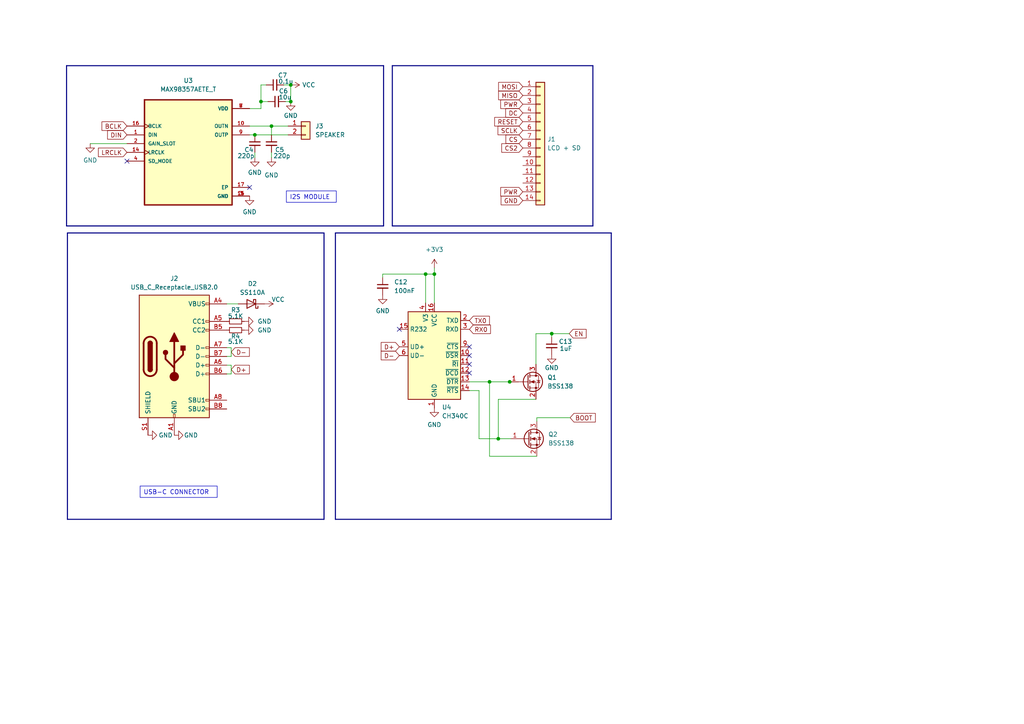
<source format=kicad_sch>
(kicad_sch (version 20230121) (generator eeschema)

  (uuid e00b643d-28e8-4816-b293-a41e3ef97580)

  (paper "A4")

  (lib_symbols
    (symbol "Connector:USB_C_Receptacle_USB2.0" (pin_names (offset 1.016)) (in_bom yes) (on_board yes)
      (property "Reference" "J" (at -10.16 19.05 0)
        (effects (font (size 1.27 1.27)) (justify left))
      )
      (property "Value" "USB_C_Receptacle_USB2.0" (at 19.05 19.05 0)
        (effects (font (size 1.27 1.27)) (justify right))
      )
      (property "Footprint" "" (at 3.81 0 0)
        (effects (font (size 1.27 1.27)) hide)
      )
      (property "Datasheet" "https://www.usb.org/sites/default/files/documents/usb_type-c.zip" (at 3.81 0 0)
        (effects (font (size 1.27 1.27)) hide)
      )
      (property "ki_keywords" "usb universal serial bus type-C USB2.0" (at 0 0 0)
        (effects (font (size 1.27 1.27)) hide)
      )
      (property "ki_description" "USB 2.0-only Type-C Receptacle connector" (at 0 0 0)
        (effects (font (size 1.27 1.27)) hide)
      )
      (property "ki_fp_filters" "USB*C*Receptacle*" (at 0 0 0)
        (effects (font (size 1.27 1.27)) hide)
      )
      (symbol "USB_C_Receptacle_USB2.0_0_0"
        (rectangle (start -0.254 -17.78) (end 0.254 -16.764)
          (stroke (width 0) (type default))
          (fill (type none))
        )
        (rectangle (start 10.16 -14.986) (end 9.144 -15.494)
          (stroke (width 0) (type default))
          (fill (type none))
        )
        (rectangle (start 10.16 -12.446) (end 9.144 -12.954)
          (stroke (width 0) (type default))
          (fill (type none))
        )
        (rectangle (start 10.16 -4.826) (end 9.144 -5.334)
          (stroke (width 0) (type default))
          (fill (type none))
        )
        (rectangle (start 10.16 -2.286) (end 9.144 -2.794)
          (stroke (width 0) (type default))
          (fill (type none))
        )
        (rectangle (start 10.16 0.254) (end 9.144 -0.254)
          (stroke (width 0) (type default))
          (fill (type none))
        )
        (rectangle (start 10.16 2.794) (end 9.144 2.286)
          (stroke (width 0) (type default))
          (fill (type none))
        )
        (rectangle (start 10.16 7.874) (end 9.144 7.366)
          (stroke (width 0) (type default))
          (fill (type none))
        )
        (rectangle (start 10.16 10.414) (end 9.144 9.906)
          (stroke (width 0) (type default))
          (fill (type none))
        )
        (rectangle (start 10.16 15.494) (end 9.144 14.986)
          (stroke (width 0) (type default))
          (fill (type none))
        )
      )
      (symbol "USB_C_Receptacle_USB2.0_0_1"
        (rectangle (start -10.16 17.78) (end 10.16 -17.78)
          (stroke (width 0.254) (type default))
          (fill (type background))
        )
        (arc (start -8.89 -3.81) (mid -6.985 -5.7067) (end -5.08 -3.81)
          (stroke (width 0.508) (type default))
          (fill (type none))
        )
        (arc (start -7.62 -3.81) (mid -6.985 -4.4423) (end -6.35 -3.81)
          (stroke (width 0.254) (type default))
          (fill (type none))
        )
        (arc (start -7.62 -3.81) (mid -6.985 -4.4423) (end -6.35 -3.81)
          (stroke (width 0.254) (type default))
          (fill (type outline))
        )
        (rectangle (start -7.62 -3.81) (end -6.35 3.81)
          (stroke (width 0.254) (type default))
          (fill (type outline))
        )
        (arc (start -6.35 3.81) (mid -6.985 4.4423) (end -7.62 3.81)
          (stroke (width 0.254) (type default))
          (fill (type none))
        )
        (arc (start -6.35 3.81) (mid -6.985 4.4423) (end -7.62 3.81)
          (stroke (width 0.254) (type default))
          (fill (type outline))
        )
        (arc (start -5.08 3.81) (mid -6.985 5.7067) (end -8.89 3.81)
          (stroke (width 0.508) (type default))
          (fill (type none))
        )
        (circle (center -2.54 1.143) (radius 0.635)
          (stroke (width 0.254) (type default))
          (fill (type outline))
        )
        (circle (center 0 -5.842) (radius 1.27)
          (stroke (width 0) (type default))
          (fill (type outline))
        )
        (polyline
          (pts
            (xy -8.89 -3.81)
            (xy -8.89 3.81)
          )
          (stroke (width 0.508) (type default))
          (fill (type none))
        )
        (polyline
          (pts
            (xy -5.08 3.81)
            (xy -5.08 -3.81)
          )
          (stroke (width 0.508) (type default))
          (fill (type none))
        )
        (polyline
          (pts
            (xy 0 -5.842)
            (xy 0 4.318)
          )
          (stroke (width 0.508) (type default))
          (fill (type none))
        )
        (polyline
          (pts
            (xy 0 -3.302)
            (xy -2.54 -0.762)
            (xy -2.54 0.508)
          )
          (stroke (width 0.508) (type default))
          (fill (type none))
        )
        (polyline
          (pts
            (xy 0 -2.032)
            (xy 2.54 0.508)
            (xy 2.54 1.778)
          )
          (stroke (width 0.508) (type default))
          (fill (type none))
        )
        (polyline
          (pts
            (xy -1.27 4.318)
            (xy 0 6.858)
            (xy 1.27 4.318)
            (xy -1.27 4.318)
          )
          (stroke (width 0.254) (type default))
          (fill (type outline))
        )
        (rectangle (start 1.905 1.778) (end 3.175 3.048)
          (stroke (width 0.254) (type default))
          (fill (type outline))
        )
      )
      (symbol "USB_C_Receptacle_USB2.0_1_1"
        (pin passive line (at 0 -22.86 90) (length 5.08)
          (name "GND" (effects (font (size 1.27 1.27))))
          (number "A1" (effects (font (size 1.27 1.27))))
        )
        (pin passive line (at 0 -22.86 90) (length 5.08) hide
          (name "GND" (effects (font (size 1.27 1.27))))
          (number "A12" (effects (font (size 1.27 1.27))))
        )
        (pin passive line (at 15.24 15.24 180) (length 5.08)
          (name "VBUS" (effects (font (size 1.27 1.27))))
          (number "A4" (effects (font (size 1.27 1.27))))
        )
        (pin bidirectional line (at 15.24 10.16 180) (length 5.08)
          (name "CC1" (effects (font (size 1.27 1.27))))
          (number "A5" (effects (font (size 1.27 1.27))))
        )
        (pin bidirectional line (at 15.24 -2.54 180) (length 5.08)
          (name "D+" (effects (font (size 1.27 1.27))))
          (number "A6" (effects (font (size 1.27 1.27))))
        )
        (pin bidirectional line (at 15.24 2.54 180) (length 5.08)
          (name "D-" (effects (font (size 1.27 1.27))))
          (number "A7" (effects (font (size 1.27 1.27))))
        )
        (pin bidirectional line (at 15.24 -12.7 180) (length 5.08)
          (name "SBU1" (effects (font (size 1.27 1.27))))
          (number "A8" (effects (font (size 1.27 1.27))))
        )
        (pin passive line (at 15.24 15.24 180) (length 5.08) hide
          (name "VBUS" (effects (font (size 1.27 1.27))))
          (number "A9" (effects (font (size 1.27 1.27))))
        )
        (pin passive line (at 0 -22.86 90) (length 5.08) hide
          (name "GND" (effects (font (size 1.27 1.27))))
          (number "B1" (effects (font (size 1.27 1.27))))
        )
        (pin passive line (at 0 -22.86 90) (length 5.08) hide
          (name "GND" (effects (font (size 1.27 1.27))))
          (number "B12" (effects (font (size 1.27 1.27))))
        )
        (pin passive line (at 15.24 15.24 180) (length 5.08) hide
          (name "VBUS" (effects (font (size 1.27 1.27))))
          (number "B4" (effects (font (size 1.27 1.27))))
        )
        (pin bidirectional line (at 15.24 7.62 180) (length 5.08)
          (name "CC2" (effects (font (size 1.27 1.27))))
          (number "B5" (effects (font (size 1.27 1.27))))
        )
        (pin bidirectional line (at 15.24 -5.08 180) (length 5.08)
          (name "D+" (effects (font (size 1.27 1.27))))
          (number "B6" (effects (font (size 1.27 1.27))))
        )
        (pin bidirectional line (at 15.24 0 180) (length 5.08)
          (name "D-" (effects (font (size 1.27 1.27))))
          (number "B7" (effects (font (size 1.27 1.27))))
        )
        (pin bidirectional line (at 15.24 -15.24 180) (length 5.08)
          (name "SBU2" (effects (font (size 1.27 1.27))))
          (number "B8" (effects (font (size 1.27 1.27))))
        )
        (pin passive line (at 15.24 15.24 180) (length 5.08) hide
          (name "VBUS" (effects (font (size 1.27 1.27))))
          (number "B9" (effects (font (size 1.27 1.27))))
        )
        (pin passive line (at -7.62 -22.86 90) (length 5.08)
          (name "SHIELD" (effects (font (size 1.27 1.27))))
          (number "S1" (effects (font (size 1.27 1.27))))
        )
      )
    )
    (symbol "Connector_Generic:Conn_01x02" (pin_names (offset 1.016) hide) (in_bom yes) (on_board yes)
      (property "Reference" "J" (at 0 2.54 0)
        (effects (font (size 1.27 1.27)))
      )
      (property "Value" "Conn_01x02" (at 0 -5.08 0)
        (effects (font (size 1.27 1.27)))
      )
      (property "Footprint" "" (at 0 0 0)
        (effects (font (size 1.27 1.27)) hide)
      )
      (property "Datasheet" "~" (at 0 0 0)
        (effects (font (size 1.27 1.27)) hide)
      )
      (property "ki_keywords" "connector" (at 0 0 0)
        (effects (font (size 1.27 1.27)) hide)
      )
      (property "ki_description" "Generic connector, single row, 01x02, script generated (kicad-library-utils/schlib/autogen/connector/)" (at 0 0 0)
        (effects (font (size 1.27 1.27)) hide)
      )
      (property "ki_fp_filters" "Connector*:*_1x??_*" (at 0 0 0)
        (effects (font (size 1.27 1.27)) hide)
      )
      (symbol "Conn_01x02_1_1"
        (rectangle (start -1.27 -2.413) (end 0 -2.667)
          (stroke (width 0.1524) (type default))
          (fill (type none))
        )
        (rectangle (start -1.27 0.127) (end 0 -0.127)
          (stroke (width 0.1524) (type default))
          (fill (type none))
        )
        (rectangle (start -1.27 1.27) (end 1.27 -3.81)
          (stroke (width 0.254) (type default))
          (fill (type background))
        )
        (pin passive line (at -5.08 0 0) (length 3.81)
          (name "Pin_1" (effects (font (size 1.27 1.27))))
          (number "1" (effects (font (size 1.27 1.27))))
        )
        (pin passive line (at -5.08 -2.54 0) (length 3.81)
          (name "Pin_2" (effects (font (size 1.27 1.27))))
          (number "2" (effects (font (size 1.27 1.27))))
        )
      )
    )
    (symbol "Connector_Generic:Conn_01x14" (pin_names (offset 1.016) hide) (in_bom yes) (on_board yes)
      (property "Reference" "J" (at 0 17.78 0)
        (effects (font (size 1.27 1.27)))
      )
      (property "Value" "Conn_01x14" (at 0 -20.32 0)
        (effects (font (size 1.27 1.27)))
      )
      (property "Footprint" "" (at 0 0 0)
        (effects (font (size 1.27 1.27)) hide)
      )
      (property "Datasheet" "~" (at 0 0 0)
        (effects (font (size 1.27 1.27)) hide)
      )
      (property "ki_keywords" "connector" (at 0 0 0)
        (effects (font (size 1.27 1.27)) hide)
      )
      (property "ki_description" "Generic connector, single row, 01x14, script generated (kicad-library-utils/schlib/autogen/connector/)" (at 0 0 0)
        (effects (font (size 1.27 1.27)) hide)
      )
      (property "ki_fp_filters" "Connector*:*_1x??_*" (at 0 0 0)
        (effects (font (size 1.27 1.27)) hide)
      )
      (symbol "Conn_01x14_1_1"
        (rectangle (start -1.27 -17.653) (end 0 -17.907)
          (stroke (width 0.1524) (type default))
          (fill (type none))
        )
        (rectangle (start -1.27 -15.113) (end 0 -15.367)
          (stroke (width 0.1524) (type default))
          (fill (type none))
        )
        (rectangle (start -1.27 -12.573) (end 0 -12.827)
          (stroke (width 0.1524) (type default))
          (fill (type none))
        )
        (rectangle (start -1.27 -10.033) (end 0 -10.287)
          (stroke (width 0.1524) (type default))
          (fill (type none))
        )
        (rectangle (start -1.27 -7.493) (end 0 -7.747)
          (stroke (width 0.1524) (type default))
          (fill (type none))
        )
        (rectangle (start -1.27 -4.953) (end 0 -5.207)
          (stroke (width 0.1524) (type default))
          (fill (type none))
        )
        (rectangle (start -1.27 -2.413) (end 0 -2.667)
          (stroke (width 0.1524) (type default))
          (fill (type none))
        )
        (rectangle (start -1.27 0.127) (end 0 -0.127)
          (stroke (width 0.1524) (type default))
          (fill (type none))
        )
        (rectangle (start -1.27 2.667) (end 0 2.413)
          (stroke (width 0.1524) (type default))
          (fill (type none))
        )
        (rectangle (start -1.27 5.207) (end 0 4.953)
          (stroke (width 0.1524) (type default))
          (fill (type none))
        )
        (rectangle (start -1.27 7.747) (end 0 7.493)
          (stroke (width 0.1524) (type default))
          (fill (type none))
        )
        (rectangle (start -1.27 10.287) (end 0 10.033)
          (stroke (width 0.1524) (type default))
          (fill (type none))
        )
        (rectangle (start -1.27 12.827) (end 0 12.573)
          (stroke (width 0.1524) (type default))
          (fill (type none))
        )
        (rectangle (start -1.27 15.367) (end 0 15.113)
          (stroke (width 0.1524) (type default))
          (fill (type none))
        )
        (rectangle (start -1.27 16.51) (end 1.27 -19.05)
          (stroke (width 0.254) (type default))
          (fill (type background))
        )
        (pin passive line (at -5.08 15.24 0) (length 3.81)
          (name "Pin_1" (effects (font (size 1.27 1.27))))
          (number "1" (effects (font (size 1.27 1.27))))
        )
        (pin passive line (at -5.08 -7.62 0) (length 3.81)
          (name "Pin_10" (effects (font (size 1.27 1.27))))
          (number "10" (effects (font (size 1.27 1.27))))
        )
        (pin passive line (at -5.08 -10.16 0) (length 3.81)
          (name "Pin_11" (effects (font (size 1.27 1.27))))
          (number "11" (effects (font (size 1.27 1.27))))
        )
        (pin passive line (at -5.08 -12.7 0) (length 3.81)
          (name "Pin_12" (effects (font (size 1.27 1.27))))
          (number "12" (effects (font (size 1.27 1.27))))
        )
        (pin passive line (at -5.08 -15.24 0) (length 3.81)
          (name "Pin_13" (effects (font (size 1.27 1.27))))
          (number "13" (effects (font (size 1.27 1.27))))
        )
        (pin passive line (at -5.08 -17.78 0) (length 3.81)
          (name "Pin_14" (effects (font (size 1.27 1.27))))
          (number "14" (effects (font (size 1.27 1.27))))
        )
        (pin passive line (at -5.08 12.7 0) (length 3.81)
          (name "Pin_2" (effects (font (size 1.27 1.27))))
          (number "2" (effects (font (size 1.27 1.27))))
        )
        (pin passive line (at -5.08 10.16 0) (length 3.81)
          (name "Pin_3" (effects (font (size 1.27 1.27))))
          (number "3" (effects (font (size 1.27 1.27))))
        )
        (pin passive line (at -5.08 7.62 0) (length 3.81)
          (name "Pin_4" (effects (font (size 1.27 1.27))))
          (number "4" (effects (font (size 1.27 1.27))))
        )
        (pin passive line (at -5.08 5.08 0) (length 3.81)
          (name "Pin_5" (effects (font (size 1.27 1.27))))
          (number "5" (effects (font (size 1.27 1.27))))
        )
        (pin passive line (at -5.08 2.54 0) (length 3.81)
          (name "Pin_6" (effects (font (size 1.27 1.27))))
          (number "6" (effects (font (size 1.27 1.27))))
        )
        (pin passive line (at -5.08 0 0) (length 3.81)
          (name "Pin_7" (effects (font (size 1.27 1.27))))
          (number "7" (effects (font (size 1.27 1.27))))
        )
        (pin passive line (at -5.08 -2.54 0) (length 3.81)
          (name "Pin_8" (effects (font (size 1.27 1.27))))
          (number "8" (effects (font (size 1.27 1.27))))
        )
        (pin passive line (at -5.08 -5.08 0) (length 3.81)
          (name "Pin_9" (effects (font (size 1.27 1.27))))
          (number "9" (effects (font (size 1.27 1.27))))
        )
      )
    )
    (symbol "Device:C_Small" (pin_numbers hide) (pin_names (offset 0.254) hide) (in_bom yes) (on_board yes)
      (property "Reference" "C" (at 0.254 1.778 0)
        (effects (font (size 1.27 1.27)) (justify left))
      )
      (property "Value" "C_Small" (at 0.254 -2.032 0)
        (effects (font (size 1.27 1.27)) (justify left))
      )
      (property "Footprint" "" (at 0 0 0)
        (effects (font (size 1.27 1.27)) hide)
      )
      (property "Datasheet" "~" (at 0 0 0)
        (effects (font (size 1.27 1.27)) hide)
      )
      (property "ki_keywords" "capacitor cap" (at 0 0 0)
        (effects (font (size 1.27 1.27)) hide)
      )
      (property "ki_description" "Unpolarized capacitor, small symbol" (at 0 0 0)
        (effects (font (size 1.27 1.27)) hide)
      )
      (property "ki_fp_filters" "C_*" (at 0 0 0)
        (effects (font (size 1.27 1.27)) hide)
      )
      (symbol "C_Small_0_1"
        (polyline
          (pts
            (xy -1.524 -0.508)
            (xy 1.524 -0.508)
          )
          (stroke (width 0.3302) (type default))
          (fill (type none))
        )
        (polyline
          (pts
            (xy -1.524 0.508)
            (xy 1.524 0.508)
          )
          (stroke (width 0.3048) (type default))
          (fill (type none))
        )
      )
      (symbol "C_Small_1_1"
        (pin passive line (at 0 2.54 270) (length 2.032)
          (name "~" (effects (font (size 1.27 1.27))))
          (number "1" (effects (font (size 1.27 1.27))))
        )
        (pin passive line (at 0 -2.54 90) (length 2.032)
          (name "~" (effects (font (size 1.27 1.27))))
          (number "2" (effects (font (size 1.27 1.27))))
        )
      )
    )
    (symbol "Device:D_Schottky" (pin_numbers hide) (pin_names (offset 1.016) hide) (in_bom yes) (on_board yes)
      (property "Reference" "D" (at 0 2.54 0)
        (effects (font (size 1.27 1.27)))
      )
      (property "Value" "D_Schottky" (at 0 -2.54 0)
        (effects (font (size 1.27 1.27)))
      )
      (property "Footprint" "" (at 0 0 0)
        (effects (font (size 1.27 1.27)) hide)
      )
      (property "Datasheet" "~" (at 0 0 0)
        (effects (font (size 1.27 1.27)) hide)
      )
      (property "ki_keywords" "diode Schottky" (at 0 0 0)
        (effects (font (size 1.27 1.27)) hide)
      )
      (property "ki_description" "Schottky diode" (at 0 0 0)
        (effects (font (size 1.27 1.27)) hide)
      )
      (property "ki_fp_filters" "TO-???* *_Diode_* *SingleDiode* D_*" (at 0 0 0)
        (effects (font (size 1.27 1.27)) hide)
      )
      (symbol "D_Schottky_0_1"
        (polyline
          (pts
            (xy 1.27 0)
            (xy -1.27 0)
          )
          (stroke (width 0) (type default))
          (fill (type none))
        )
        (polyline
          (pts
            (xy 1.27 1.27)
            (xy 1.27 -1.27)
            (xy -1.27 0)
            (xy 1.27 1.27)
          )
          (stroke (width 0.254) (type default))
          (fill (type none))
        )
        (polyline
          (pts
            (xy -1.905 0.635)
            (xy -1.905 1.27)
            (xy -1.27 1.27)
            (xy -1.27 -1.27)
            (xy -0.635 -1.27)
            (xy -0.635 -0.635)
          )
          (stroke (width 0.254) (type default))
          (fill (type none))
        )
      )
      (symbol "D_Schottky_1_1"
        (pin passive line (at -3.81 0 0) (length 2.54)
          (name "K" (effects (font (size 1.27 1.27))))
          (number "1" (effects (font (size 1.27 1.27))))
        )
        (pin passive line (at 3.81 0 180) (length 2.54)
          (name "A" (effects (font (size 1.27 1.27))))
          (number "2" (effects (font (size 1.27 1.27))))
        )
      )
    )
    (symbol "Device:R_Small" (pin_numbers hide) (pin_names (offset 0.254) hide) (in_bom yes) (on_board yes)
      (property "Reference" "R" (at 0.762 0.508 0)
        (effects (font (size 1.27 1.27)) (justify left))
      )
      (property "Value" "R_Small" (at 0.762 -1.016 0)
        (effects (font (size 1.27 1.27)) (justify left))
      )
      (property "Footprint" "" (at 0 0 0)
        (effects (font (size 1.27 1.27)) hide)
      )
      (property "Datasheet" "~" (at 0 0 0)
        (effects (font (size 1.27 1.27)) hide)
      )
      (property "ki_keywords" "R resistor" (at 0 0 0)
        (effects (font (size 1.27 1.27)) hide)
      )
      (property "ki_description" "Resistor, small symbol" (at 0 0 0)
        (effects (font (size 1.27 1.27)) hide)
      )
      (property "ki_fp_filters" "R_*" (at 0 0 0)
        (effects (font (size 1.27 1.27)) hide)
      )
      (symbol "R_Small_0_1"
        (rectangle (start -0.762 1.778) (end 0.762 -1.778)
          (stroke (width 0.2032) (type default))
          (fill (type none))
        )
      )
      (symbol "R_Small_1_1"
        (pin passive line (at 0 2.54 270) (length 0.762)
          (name "~" (effects (font (size 1.27 1.27))))
          (number "1" (effects (font (size 1.27 1.27))))
        )
        (pin passive line (at 0 -2.54 90) (length 0.762)
          (name "~" (effects (font (size 1.27 1.27))))
          (number "2" (effects (font (size 1.27 1.27))))
        )
      )
    )
    (symbol "Interface_USB:CH340C" (in_bom yes) (on_board yes)
      (property "Reference" "U" (at -5.08 13.97 0)
        (effects (font (size 1.27 1.27)) (justify right))
      )
      (property "Value" "CH340C" (at 1.27 13.97 0)
        (effects (font (size 1.27 1.27)) (justify left))
      )
      (property "Footprint" "Package_SO:SOIC-16_3.9x9.9mm_P1.27mm" (at 1.27 -13.97 0)
        (effects (font (size 1.27 1.27)) (justify left) hide)
      )
      (property "Datasheet" "https://datasheet.lcsc.com/szlcsc/Jiangsu-Qin-Heng-CH340C_C84681.pdf" (at -8.89 20.32 0)
        (effects (font (size 1.27 1.27)) hide)
      )
      (property "ki_keywords" "USB UART Serial Converter Interface" (at 0 0 0)
        (effects (font (size 1.27 1.27)) hide)
      )
      (property "ki_description" "USB serial converter, UART, SOIC-16" (at 0 0 0)
        (effects (font (size 1.27 1.27)) hide)
      )
      (property "ki_fp_filters" "SOIC*3.9x9.9mm*P1.27mm*" (at 0 0 0)
        (effects (font (size 1.27 1.27)) hide)
      )
      (symbol "CH340C_0_1"
        (rectangle (start -7.62 12.7) (end 7.62 -12.7)
          (stroke (width 0.254) (type default))
          (fill (type background))
        )
      )
      (symbol "CH340C_1_1"
        (pin power_in line (at 0 -15.24 90) (length 2.54)
          (name "GND" (effects (font (size 1.27 1.27))))
          (number "1" (effects (font (size 1.27 1.27))))
        )
        (pin input line (at 10.16 0 180) (length 2.54)
          (name "~{DSR}" (effects (font (size 1.27 1.27))))
          (number "10" (effects (font (size 1.27 1.27))))
        )
        (pin input line (at 10.16 -2.54 180) (length 2.54)
          (name "~{RI}" (effects (font (size 1.27 1.27))))
          (number "11" (effects (font (size 1.27 1.27))))
        )
        (pin input line (at 10.16 -5.08 180) (length 2.54)
          (name "~{DCD}" (effects (font (size 1.27 1.27))))
          (number "12" (effects (font (size 1.27 1.27))))
        )
        (pin output line (at 10.16 -7.62 180) (length 2.54)
          (name "~{DTR}" (effects (font (size 1.27 1.27))))
          (number "13" (effects (font (size 1.27 1.27))))
        )
        (pin output line (at 10.16 -10.16 180) (length 2.54)
          (name "~{RTS}" (effects (font (size 1.27 1.27))))
          (number "14" (effects (font (size 1.27 1.27))))
        )
        (pin input line (at -10.16 7.62 0) (length 2.54)
          (name "R232" (effects (font (size 1.27 1.27))))
          (number "15" (effects (font (size 1.27 1.27))))
        )
        (pin power_in line (at 0 15.24 270) (length 2.54)
          (name "VCC" (effects (font (size 1.27 1.27))))
          (number "16" (effects (font (size 1.27 1.27))))
        )
        (pin output line (at 10.16 10.16 180) (length 2.54)
          (name "TXD" (effects (font (size 1.27 1.27))))
          (number "2" (effects (font (size 1.27 1.27))))
        )
        (pin input line (at 10.16 7.62 180) (length 2.54)
          (name "RXD" (effects (font (size 1.27 1.27))))
          (number "3" (effects (font (size 1.27 1.27))))
        )
        (pin passive line (at -2.54 15.24 270) (length 2.54)
          (name "V3" (effects (font (size 1.27 1.27))))
          (number "4" (effects (font (size 1.27 1.27))))
        )
        (pin bidirectional line (at -10.16 2.54 0) (length 2.54)
          (name "UD+" (effects (font (size 1.27 1.27))))
          (number "5" (effects (font (size 1.27 1.27))))
        )
        (pin bidirectional line (at -10.16 0 0) (length 2.54)
          (name "UD-" (effects (font (size 1.27 1.27))))
          (number "6" (effects (font (size 1.27 1.27))))
        )
        (pin no_connect line (at -7.62 -7.62 0) (length 2.54) hide
          (name "NC" (effects (font (size 1.27 1.27))))
          (number "7" (effects (font (size 1.27 1.27))))
        )
        (pin no_connect line (at -7.62 -10.16 0) (length 2.54) hide
          (name "NC" (effects (font (size 1.27 1.27))))
          (number "8" (effects (font (size 1.27 1.27))))
        )
        (pin input line (at 10.16 2.54 180) (length 2.54)
          (name "~{CTS}" (effects (font (size 1.27 1.27))))
          (number "9" (effects (font (size 1.27 1.27))))
        )
      )
    )
    (symbol "MAX98357AETE_T:MAX98357AETE_T" (pin_names (offset 1.016)) (in_bom yes) (on_board yes)
      (property "Reference" "U" (at -12.7 16.24 0)
        (effects (font (size 1.27 1.27)) (justify left bottom))
      )
      (property "Value" "MAX98357AETE_T" (at -12.7 -19.24 0)
        (effects (font (size 1.27 1.27)) (justify left bottom))
      )
      (property "Footprint" "MAX98357AETE_T:QFN50P300X300X80-17N" (at 0 0 0)
        (effects (font (size 1.27 1.27)) (justify bottom) hide)
      )
      (property "Datasheet" "" (at 0 0 0)
        (effects (font (size 1.27 1.27)) hide)
      )
      (property "MF" "Analog Devices" (at 0 0 0)
        (effects (font (size 1.27 1.27)) (justify bottom) hide)
      )
      (property "Description" "\n                        \n                            Tiny, Low-Cost, PCM Class D Amplifier with Class AB Performance\n                        \n" (at 0 0 0)
        (effects (font (size 1.27 1.27)) (justify bottom) hide)
      )
      (property "Package" "TQFN-16 Maxim" (at 0 0 0)
        (effects (font (size 1.27 1.27)) (justify bottom) hide)
      )
      (property "Price" "None" (at 0 0 0)
        (effects (font (size 1.27 1.27)) (justify bottom) hide)
      )
      (property "SnapEDA_Link" "https://www.snapeda.com/parts/MAX98357AETE+T/Analog+Devices/view-part/?ref=snap" (at 0 0 0)
        (effects (font (size 1.27 1.27)) (justify bottom) hide)
      )
      (property "MP" "MAX98357AETE+T" (at 0 0 0)
        (effects (font (size 1.27 1.27)) (justify bottom) hide)
      )
      (property "Availability" "In Stock" (at 0 0 0)
        (effects (font (size 1.27 1.27)) (justify bottom) hide)
      )
      (property "Check_prices" "https://www.snapeda.com/parts/MAX98357AETE+T/Analog+Devices/view-part/?ref=eda" (at 0 0 0)
        (effects (font (size 1.27 1.27)) (justify bottom) hide)
      )
      (symbol "MAX98357AETE_T_0_0"
        (rectangle (start -12.7 -15.24) (end 12.7 15.24)
          (stroke (width 0.41) (type default))
          (fill (type background))
        )
        (pin input line (at -17.78 5.08 0) (length 5.08)
          (name "DIN" (effects (font (size 1.016 1.016))))
          (number "1" (effects (font (size 1.016 1.016))))
        )
        (pin output line (at 17.78 7.62 180) (length 5.08)
          (name "OUTN" (effects (font (size 1.016 1.016))))
          (number "10" (effects (font (size 1.016 1.016))))
        )
        (pin power_in line (at 17.78 -12.7 180) (length 5.08)
          (name "GND" (effects (font (size 1.016 1.016))))
          (number "11" (effects (font (size 1.016 1.016))))
        )
        (pin input clock (at -17.78 0 0) (length 5.08)
          (name "LRCLK" (effects (font (size 1.016 1.016))))
          (number "14" (effects (font (size 1.016 1.016))))
        )
        (pin power_in line (at 17.78 -12.7 180) (length 5.08)
          (name "GND" (effects (font (size 1.016 1.016))))
          (number "15" (effects (font (size 1.016 1.016))))
        )
        (pin input clock (at -17.78 7.62 0) (length 5.08)
          (name "BCLK" (effects (font (size 1.016 1.016))))
          (number "16" (effects (font (size 1.016 1.016))))
        )
        (pin power_in line (at 17.78 -10.16 180) (length 5.08)
          (name "EP" (effects (font (size 1.016 1.016))))
          (number "17" (effects (font (size 1.016 1.016))))
        )
        (pin input line (at -17.78 2.54 0) (length 5.08)
          (name "GAIN_SLOT" (effects (font (size 1.016 1.016))))
          (number "2" (effects (font (size 1.016 1.016))))
        )
        (pin power_in line (at 17.78 -12.7 180) (length 5.08)
          (name "GND" (effects (font (size 1.016 1.016))))
          (number "3" (effects (font (size 1.016 1.016))))
        )
        (pin input line (at -17.78 -2.54 0) (length 5.08)
          (name "SD_MODE" (effects (font (size 1.016 1.016))))
          (number "4" (effects (font (size 1.016 1.016))))
        )
        (pin power_in line (at 17.78 12.7 180) (length 5.08)
          (name "VDD" (effects (font (size 1.016 1.016))))
          (number "7" (effects (font (size 1.016 1.016))))
        )
        (pin power_in line (at 17.78 12.7 180) (length 5.08)
          (name "VDD" (effects (font (size 1.016 1.016))))
          (number "8" (effects (font (size 1.016 1.016))))
        )
        (pin output line (at 17.78 5.08 180) (length 5.08)
          (name "OUTP" (effects (font (size 1.016 1.016))))
          (number "9" (effects (font (size 1.016 1.016))))
        )
      )
    )
    (symbol "Transistor_FET:BSS138" (pin_names hide) (in_bom yes) (on_board yes)
      (property "Reference" "Q" (at 5.08 1.905 0)
        (effects (font (size 1.27 1.27)) (justify left))
      )
      (property "Value" "BSS138" (at 5.08 0 0)
        (effects (font (size 1.27 1.27)) (justify left))
      )
      (property "Footprint" "Package_TO_SOT_SMD:SOT-23" (at 5.08 -1.905 0)
        (effects (font (size 1.27 1.27) italic) (justify left) hide)
      )
      (property "Datasheet" "https://www.onsemi.com/pub/Collateral/BSS138-D.PDF" (at 0 0 0)
        (effects (font (size 1.27 1.27)) (justify left) hide)
      )
      (property "ki_keywords" "N-Channel MOSFET" (at 0 0 0)
        (effects (font (size 1.27 1.27)) hide)
      )
      (property "ki_description" "50V Vds, 0.22A Id, N-Channel MOSFET, SOT-23" (at 0 0 0)
        (effects (font (size 1.27 1.27)) hide)
      )
      (property "ki_fp_filters" "SOT?23*" (at 0 0 0)
        (effects (font (size 1.27 1.27)) hide)
      )
      (symbol "BSS138_0_1"
        (polyline
          (pts
            (xy 0.254 0)
            (xy -2.54 0)
          )
          (stroke (width 0) (type default))
          (fill (type none))
        )
        (polyline
          (pts
            (xy 0.254 1.905)
            (xy 0.254 -1.905)
          )
          (stroke (width 0.254) (type default))
          (fill (type none))
        )
        (polyline
          (pts
            (xy 0.762 -1.27)
            (xy 0.762 -2.286)
          )
          (stroke (width 0.254) (type default))
          (fill (type none))
        )
        (polyline
          (pts
            (xy 0.762 0.508)
            (xy 0.762 -0.508)
          )
          (stroke (width 0.254) (type default))
          (fill (type none))
        )
        (polyline
          (pts
            (xy 0.762 2.286)
            (xy 0.762 1.27)
          )
          (stroke (width 0.254) (type default))
          (fill (type none))
        )
        (polyline
          (pts
            (xy 2.54 2.54)
            (xy 2.54 1.778)
          )
          (stroke (width 0) (type default))
          (fill (type none))
        )
        (polyline
          (pts
            (xy 2.54 -2.54)
            (xy 2.54 0)
            (xy 0.762 0)
          )
          (stroke (width 0) (type default))
          (fill (type none))
        )
        (polyline
          (pts
            (xy 0.762 -1.778)
            (xy 3.302 -1.778)
            (xy 3.302 1.778)
            (xy 0.762 1.778)
          )
          (stroke (width 0) (type default))
          (fill (type none))
        )
        (polyline
          (pts
            (xy 1.016 0)
            (xy 2.032 0.381)
            (xy 2.032 -0.381)
            (xy 1.016 0)
          )
          (stroke (width 0) (type default))
          (fill (type outline))
        )
        (polyline
          (pts
            (xy 2.794 0.508)
            (xy 2.921 0.381)
            (xy 3.683 0.381)
            (xy 3.81 0.254)
          )
          (stroke (width 0) (type default))
          (fill (type none))
        )
        (polyline
          (pts
            (xy 3.302 0.381)
            (xy 2.921 -0.254)
            (xy 3.683 -0.254)
            (xy 3.302 0.381)
          )
          (stroke (width 0) (type default))
          (fill (type none))
        )
        (circle (center 1.651 0) (radius 2.794)
          (stroke (width 0.254) (type default))
          (fill (type none))
        )
        (circle (center 2.54 -1.778) (radius 0.254)
          (stroke (width 0) (type default))
          (fill (type outline))
        )
        (circle (center 2.54 1.778) (radius 0.254)
          (stroke (width 0) (type default))
          (fill (type outline))
        )
      )
      (symbol "BSS138_1_1"
        (pin input line (at -5.08 0 0) (length 2.54)
          (name "G" (effects (font (size 1.27 1.27))))
          (number "1" (effects (font (size 1.27 1.27))))
        )
        (pin passive line (at 2.54 -5.08 90) (length 2.54)
          (name "S" (effects (font (size 1.27 1.27))))
          (number "2" (effects (font (size 1.27 1.27))))
        )
        (pin passive line (at 2.54 5.08 270) (length 2.54)
          (name "D" (effects (font (size 1.27 1.27))))
          (number "3" (effects (font (size 1.27 1.27))))
        )
      )
    )
    (symbol "power:+3V3" (power) (pin_names (offset 0)) (in_bom yes) (on_board yes)
      (property "Reference" "#PWR" (at 0 -3.81 0)
        (effects (font (size 1.27 1.27)) hide)
      )
      (property "Value" "+3V3" (at 0 3.556 0)
        (effects (font (size 1.27 1.27)))
      )
      (property "Footprint" "" (at 0 0 0)
        (effects (font (size 1.27 1.27)) hide)
      )
      (property "Datasheet" "" (at 0 0 0)
        (effects (font (size 1.27 1.27)) hide)
      )
      (property "ki_keywords" "global power" (at 0 0 0)
        (effects (font (size 1.27 1.27)) hide)
      )
      (property "ki_description" "Power symbol creates a global label with name \"+3V3\"" (at 0 0 0)
        (effects (font (size 1.27 1.27)) hide)
      )
      (symbol "+3V3_0_1"
        (polyline
          (pts
            (xy -0.762 1.27)
            (xy 0 2.54)
          )
          (stroke (width 0) (type default))
          (fill (type none))
        )
        (polyline
          (pts
            (xy 0 0)
            (xy 0 2.54)
          )
          (stroke (width 0) (type default))
          (fill (type none))
        )
        (polyline
          (pts
            (xy 0 2.54)
            (xy 0.762 1.27)
          )
          (stroke (width 0) (type default))
          (fill (type none))
        )
      )
      (symbol "+3V3_1_1"
        (pin power_in line (at 0 0 90) (length 0) hide
          (name "+3V3" (effects (font (size 1.27 1.27))))
          (number "1" (effects (font (size 1.27 1.27))))
        )
      )
    )
    (symbol "power:GND" (power) (pin_names (offset 0)) (in_bom yes) (on_board yes)
      (property "Reference" "#PWR" (at 0 -6.35 0)
        (effects (font (size 1.27 1.27)) hide)
      )
      (property "Value" "GND" (at 0 -3.81 0)
        (effects (font (size 1.27 1.27)))
      )
      (property "Footprint" "" (at 0 0 0)
        (effects (font (size 1.27 1.27)) hide)
      )
      (property "Datasheet" "" (at 0 0 0)
        (effects (font (size 1.27 1.27)) hide)
      )
      (property "ki_keywords" "global power" (at 0 0 0)
        (effects (font (size 1.27 1.27)) hide)
      )
      (property "ki_description" "Power symbol creates a global label with name \"GND\" , ground" (at 0 0 0)
        (effects (font (size 1.27 1.27)) hide)
      )
      (symbol "GND_0_1"
        (polyline
          (pts
            (xy 0 0)
            (xy 0 -1.27)
            (xy 1.27 -1.27)
            (xy 0 -2.54)
            (xy -1.27 -1.27)
            (xy 0 -1.27)
          )
          (stroke (width 0) (type default))
          (fill (type none))
        )
      )
      (symbol "GND_1_1"
        (pin power_in line (at 0 0 270) (length 0) hide
          (name "GND" (effects (font (size 1.27 1.27))))
          (number "1" (effects (font (size 1.27 1.27))))
        )
      )
    )
    (symbol "power:VCC" (power) (pin_names (offset 0)) (in_bom yes) (on_board yes)
      (property "Reference" "#PWR" (at 0 -3.81 0)
        (effects (font (size 1.27 1.27)) hide)
      )
      (property "Value" "VCC" (at 0 3.81 0)
        (effects (font (size 1.27 1.27)))
      )
      (property "Footprint" "" (at 0 0 0)
        (effects (font (size 1.27 1.27)) hide)
      )
      (property "Datasheet" "" (at 0 0 0)
        (effects (font (size 1.27 1.27)) hide)
      )
      (property "ki_keywords" "global power" (at 0 0 0)
        (effects (font (size 1.27 1.27)) hide)
      )
      (property "ki_description" "Power symbol creates a global label with name \"VCC\"" (at 0 0 0)
        (effects (font (size 1.27 1.27)) hide)
      )
      (symbol "VCC_0_1"
        (polyline
          (pts
            (xy -0.762 1.27)
            (xy 0 2.54)
          )
          (stroke (width 0) (type default))
          (fill (type none))
        )
        (polyline
          (pts
            (xy 0 0)
            (xy 0 2.54)
          )
          (stroke (width 0) (type default))
          (fill (type none))
        )
        (polyline
          (pts
            (xy 0 2.54)
            (xy 0.762 1.27)
          )
          (stroke (width 0) (type default))
          (fill (type none))
        )
      )
      (symbol "VCC_1_1"
        (pin power_in line (at 0 0 90) (length 0) hide
          (name "VCC" (effects (font (size 1.27 1.27))))
          (number "1" (effects (font (size 1.27 1.27))))
        )
      )
    )
  )

  (junction (at 84.328 29.464) (diameter 0) (color 0 0 0 0)
    (uuid 0513c024-6980-453c-ae25-5e294120ea83)
  )
  (junction (at 73.914 39.116) (diameter 0) (color 0 0 0 0)
    (uuid 06bd0b95-fc13-4d69-af0b-695bd58163b7)
  )
  (junction (at 84.328 24.638) (diameter 0) (color 0 0 0 0)
    (uuid 1bdabac6-86af-4f8a-b79b-70bff79121e7)
  )
  (junction (at 141.986 110.744) (diameter 0) (color 0 0 0 0)
    (uuid 5b294eb3-921c-4292-9308-4154b75fe72b)
  )
  (junction (at 125.984 79.502) (diameter 0) (color 0 0 0 0)
    (uuid 6dacd564-0a54-477d-862d-98adf9acc674)
  )
  (junction (at 78.74 36.576) (diameter 0) (color 0 0 0 0)
    (uuid 703d037a-c5a8-46aa-a19e-940b55f3f2ef)
  )
  (junction (at 147.828 110.744) (diameter 0) (color 0 0 0 0)
    (uuid 783be4d7-cb15-48ac-be5b-c6fe0eb9174a)
  )
  (junction (at 75.692 29.464) (diameter 0) (color 0 0 0 0)
    (uuid 8776a7e5-3bc1-4f62-bbdc-1d6a9605d096)
  )
  (junction (at 123.444 79.502) (diameter 0) (color 0 0 0 0)
    (uuid b1d55d23-85ea-4227-bcf9-b04ecf017d89)
  )
  (junction (at 160.02 96.774) (diameter 0) (color 0 0 0 0)
    (uuid b72632f0-9c58-4956-93f3-ce6098772ce6)
  )
  (junction (at 144.526 127.254) (diameter 0) (color 0 0 0 0)
    (uuid fa75ffa0-890e-402d-a3c7-62093348687b)
  )

  (no_connect (at 136.144 100.584) (uuid 56ba0b62-b65c-432a-9f91-b6b1202595a9))
  (no_connect (at 136.144 108.204) (uuid 854882b3-fe42-4704-b43d-01327929da97))
  (no_connect (at 72.39 54.356) (uuid 9453f3c6-dcca-4072-a97c-eaba92cd298a))
  (no_connect (at 136.144 105.664) (uuid a86815dc-3c0d-45d7-a577-a3e507ff9f5d))
  (no_connect (at 136.144 103.124) (uuid c34ebed6-cbc2-49d5-9bc8-0a008e3833d5))
  (no_connect (at 115.824 95.504) (uuid c3f13739-ff1e-494a-9c3d-efd09e098399))
  (no_connect (at 36.83 46.736) (uuid d7bf0fc3-f3b3-4e2d-9b02-d956ca21e056))

  (wire (pts (xy 75.692 24.638) (xy 75.692 29.464))
    (stroke (width 0) (type default))
    (uuid 0055d4df-6936-4a62-8f84-dc29569ebaee)
  )
  (wire (pts (xy 78.74 36.576) (xy 83.566 36.576))
    (stroke (width 0) (type default))
    (uuid 01f50d9a-da8f-430d-9fe8-1514ed7262e3)
  )
  (wire (pts (xy 144.526 127.254) (xy 148.082 127.254))
    (stroke (width 0) (type default))
    (uuid 09d4f52b-da13-4932-a0d5-a60c690feeb7)
  )
  (bus (pts (xy 97.282 67.564) (xy 177.292 67.564))
    (stroke (width 0) (type default))
    (uuid 0b2c584b-9386-4840-98a6-99434d769956)
  )

  (wire (pts (xy 136.144 110.744) (xy 141.986 110.744))
    (stroke (width 0) (type default))
    (uuid 0e6be187-9b45-4ba8-8952-704dfe710ee6)
  )
  (wire (pts (xy 73.914 39.116) (xy 83.566 39.116))
    (stroke (width 0) (type default))
    (uuid 114c050d-dcea-4711-919e-3662effb3214)
  )
  (wire (pts (xy 75.692 29.464) (xy 77.724 29.464))
    (stroke (width 0) (type default))
    (uuid 13b2e56f-5e06-4d5d-8e0a-a833533e17b1)
  )
  (wire (pts (xy 125.984 87.884) (xy 125.984 79.502))
    (stroke (width 0) (type default))
    (uuid 15ede12c-9672-4ba2-bdd2-3200ad262a63)
  )
  (bus (pts (xy 19.558 150.622) (xy 93.98 150.622))
    (stroke (width 0) (type default))
    (uuid 183a9164-940f-4d97-8755-b9c32617934f)
  )
  (bus (pts (xy 93.98 150.622) (xy 93.98 67.564))
    (stroke (width 0) (type default))
    (uuid 1e76a6a0-9e5d-4960-8aa2-3f6d1f68f865)
  )

  (wire (pts (xy 123.444 79.502) (xy 123.444 87.884))
    (stroke (width 0) (type default))
    (uuid 202308e1-0790-471e-b02f-699adb842c4d)
  )
  (bus (pts (xy 171.958 19.05) (xy 113.792 19.05))
    (stroke (width 0) (type default))
    (uuid 2569921d-8aa8-41c8-b1a7-a2097328b054)
  )
  (bus (pts (xy 113.792 65.532) (xy 171.958 65.532))
    (stroke (width 0) (type default))
    (uuid 2e3c09ba-7400-434d-9b71-08bf953f52ab)
  )

  (wire (pts (xy 155.448 96.774) (xy 160.02 96.774))
    (stroke (width 0) (type default))
    (uuid 3010adb1-1d0f-4c79-b9e1-a92cc1cb9e32)
  )
  (bus (pts (xy 111.252 19.05) (xy 111.252 65.532))
    (stroke (width 0) (type default))
    (uuid 3e15554a-90df-4b2e-bb9d-51b8ccf3a40b)
  )

  (wire (pts (xy 141.986 132.334) (xy 155.702 132.334))
    (stroke (width 0) (type default))
    (uuid 4824b348-51f6-482d-b447-931f7aa75540)
  )
  (wire (pts (xy 82.296 24.638) (xy 84.328 24.638))
    (stroke (width 0) (type default))
    (uuid 4e778926-0c83-4c73-b523-22c8e9f36f7b)
  )
  (wire (pts (xy 138.938 113.284) (xy 138.938 127.254))
    (stroke (width 0) (type default))
    (uuid 51476c06-5c3f-4910-b8d6-74460ea9dd26)
  )
  (wire (pts (xy 78.74 36.576) (xy 78.74 39.116))
    (stroke (width 0) (type default))
    (uuid 53ad6093-175f-4303-a090-20b8eb36f209)
  )
  (wire (pts (xy 84.328 29.464) (xy 82.804 29.464))
    (stroke (width 0) (type default))
    (uuid 54236fb6-f686-4c86-9bcd-85b4c7075b28)
  )
  (bus (pts (xy 171.958 65.532) (xy 171.958 19.05))
    (stroke (width 0) (type default))
    (uuid 5d6d6c08-90d2-4143-8824-db422afab9a7)
  )

  (wire (pts (xy 160.02 96.774) (xy 165.1 96.774))
    (stroke (width 0) (type default))
    (uuid 5d99241c-5041-49a7-9ad5-2b794213acc4)
  )
  (wire (pts (xy 65.786 108.458) (xy 67.056 108.458))
    (stroke (width 0) (type default))
    (uuid 6873fc59-be83-471e-afa4-3d9d62463a4b)
  )
  (wire (pts (xy 67.056 103.378) (xy 67.056 100.838))
    (stroke (width 0) (type default))
    (uuid 68a6d02f-7648-4819-8be2-b237b5e8bfb0)
  )
  (bus (pts (xy 97.282 67.564) (xy 97.282 150.622))
    (stroke (width 0) (type default))
    (uuid 77a2ed69-0bcb-4132-84e7-43fa95173cf9)
  )
  (bus (pts (xy 97.282 150.622) (xy 177.292 150.622))
    (stroke (width 0) (type default))
    (uuid 78c50e69-d1c7-4393-825d-ba7ee88aeb3a)
  )

  (wire (pts (xy 125.984 79.502) (xy 123.444 79.502))
    (stroke (width 0) (type default))
    (uuid 7a09dabe-4085-4f35-a88f-1485fb68f12c)
  )
  (wire (pts (xy 160.02 96.774) (xy 160.02 97.79))
    (stroke (width 0) (type default))
    (uuid 7c63df6e-29fc-4aaf-ab8f-fb39d76d8510)
  )
  (wire (pts (xy 155.702 121.158) (xy 165.354 121.158))
    (stroke (width 0) (type default))
    (uuid 7e967f3f-7fba-4757-8617-ca525469ddac)
  )
  (wire (pts (xy 72.39 39.116) (xy 73.914 39.116))
    (stroke (width 0) (type default))
    (uuid 87c96096-73dd-4d9a-86fe-610d9c872212)
  )
  (bus (pts (xy 113.792 19.05) (xy 113.792 65.532))
    (stroke (width 0) (type default))
    (uuid 8a8456ae-2120-460f-9b10-47326a3f4d6e)
  )

  (wire (pts (xy 144.526 115.824) (xy 144.526 127.254))
    (stroke (width 0) (type default))
    (uuid 8f46665b-7262-4491-a3d5-4afdac11d3ac)
  )
  (wire (pts (xy 65.786 105.918) (xy 67.056 105.918))
    (stroke (width 0) (type default))
    (uuid 94d8fc13-de58-4c37-afa9-92fc02deaf7c)
  )
  (bus (pts (xy 177.292 150.622) (xy 177.292 67.564))
    (stroke (width 0) (type default))
    (uuid 9500bdfc-e2e1-4327-bdc0-2a45216f99c8)
  )

  (wire (pts (xy 67.056 108.458) (xy 67.056 105.918))
    (stroke (width 0) (type default))
    (uuid 99e17bdf-20e6-4921-b060-3ff594722f2d)
  )
  (wire (pts (xy 84.328 24.638) (xy 84.328 29.464))
    (stroke (width 0) (type default))
    (uuid 9aa0d792-9640-4110-aed3-2ae329b1e7da)
  )
  (wire (pts (xy 75.692 31.496) (xy 75.692 29.464))
    (stroke (width 0) (type default))
    (uuid a4592081-ce77-46d6-a051-59431d93a7b3)
  )
  (wire (pts (xy 125.984 77.724) (xy 125.984 79.502))
    (stroke (width 0) (type default))
    (uuid a609f20f-b36a-4804-92c8-a9344de49ab4)
  )
  (wire (pts (xy 75.692 24.638) (xy 77.216 24.638))
    (stroke (width 0) (type default))
    (uuid a72cf700-e302-4063-aafc-5594e2943eef)
  )
  (bus (pts (xy 19.558 67.564) (xy 19.558 150.622))
    (stroke (width 0) (type default))
    (uuid a85fe675-e1a1-4070-8a9e-235ff0a0ac21)
  )

  (wire (pts (xy 138.938 127.254) (xy 144.526 127.254))
    (stroke (width 0) (type default))
    (uuid a9be452e-2696-43d7-a8f9-50cacb7b8e21)
  )
  (wire (pts (xy 78.74 45.72) (xy 78.74 44.196))
    (stroke (width 0) (type default))
    (uuid abd63d24-a411-4bfa-9c01-2f1bef3d5509)
  )
  (wire (pts (xy 141.986 110.744) (xy 141.986 132.334))
    (stroke (width 0) (type default))
    (uuid abf4c67a-149a-4464-b59e-8d9fd2eb2a4c)
  )
  (wire (pts (xy 123.444 79.502) (xy 110.998 79.502))
    (stroke (width 0) (type default))
    (uuid b77ec300-e8cf-4b3b-bf31-92da4c0cf0e1)
  )
  (bus (pts (xy 19.304 19.05) (xy 111.252 19.05))
    (stroke (width 0) (type default))
    (uuid b821137c-f280-4a25-8676-3116d6a0e5fd)
  )
  (bus (pts (xy 19.558 67.564) (xy 93.98 67.564))
    (stroke (width 0) (type default))
    (uuid b9b38d95-0ac6-40b0-9618-66ea685bea66)
  )

  (wire (pts (xy 147.828 110.744) (xy 148.082 110.744))
    (stroke (width 0) (type default))
    (uuid c0c63477-03a8-4a4b-93a1-a8a205b61374)
  )
  (wire (pts (xy 136.144 113.284) (xy 138.938 113.284))
    (stroke (width 0) (type default))
    (uuid c0f34338-44b3-4245-b982-87765f0f5f18)
  )
  (wire (pts (xy 72.39 31.496) (xy 75.692 31.496))
    (stroke (width 0) (type default))
    (uuid c5165e32-cfc8-4034-9dc4-d638b7603462)
  )
  (wire (pts (xy 73.914 44.196) (xy 73.914 45.72))
    (stroke (width 0) (type default))
    (uuid c78486cf-09fc-4b92-909b-0058e4698b97)
  )
  (wire (pts (xy 67.056 100.838) (xy 65.786 100.838))
    (stroke (width 0) (type default))
    (uuid ca137f29-0363-4434-9014-b9c114c57622)
  )
  (bus (pts (xy 111.252 65.532) (xy 19.304 65.532))
    (stroke (width 0) (type default))
    (uuid cafddd9a-ea22-492a-ac7d-18a0c2ec6c6d)
  )

  (wire (pts (xy 110.998 79.502) (xy 110.998 80.518))
    (stroke (width 0) (type default))
    (uuid cee6f7b9-0432-44f7-9ac4-353baf1ca950)
  )
  (wire (pts (xy 72.39 36.576) (xy 78.74 36.576))
    (stroke (width 0) (type default))
    (uuid d82dd55c-7abd-465e-8b39-77355586344c)
  )
  (wire (pts (xy 155.702 122.174) (xy 155.702 121.158))
    (stroke (width 0) (type default))
    (uuid d91bfb42-16d4-4ca7-be99-aa7e6993dfe4)
  )
  (wire (pts (xy 155.448 96.774) (xy 155.448 105.664))
    (stroke (width 0) (type default))
    (uuid d93ca26a-2831-4633-972c-a882a7646101)
  )
  (wire (pts (xy 65.786 103.378) (xy 67.056 103.378))
    (stroke (width 0) (type default))
    (uuid dc13ec3c-6342-4b7c-9f23-7a56aa2ae3ca)
  )
  (bus (pts (xy 19.304 65.532) (xy 19.304 19.05))
    (stroke (width 0) (type default))
    (uuid ddf1dfc8-e672-4482-bdcf-c42a341e8ca2)
  )

  (wire (pts (xy 65.786 88.138) (xy 69.088 88.138))
    (stroke (width 0) (type default))
    (uuid dfe7bd5f-58cc-4fbc-b475-50037c57fedf)
  )
  (wire (pts (xy 141.986 110.744) (xy 147.828 110.744))
    (stroke (width 0) (type default))
    (uuid ec1ad652-8dda-4283-ad3c-b5acedc47a3d)
  )
  (wire (pts (xy 155.448 115.824) (xy 144.526 115.824))
    (stroke (width 0) (type default))
    (uuid ed0a6aa1-8232-4f79-95ca-ed07a7c6b346)
  )
  (wire (pts (xy 26.162 41.656) (xy 36.83 41.656))
    (stroke (width 0) (type default))
    (uuid fc6d23a3-0079-41bb-abae-a66034d6fa20)
  )

  (text_box "I2S MODULE\n"
    (at 83.058 55.372 0) (size 14.478 3.302)
    (stroke (width 0) (type default))
    (fill (type none))
    (effects (font (size 1.27 1.27)) (justify left top))
    (uuid 676d8d67-f338-4671-bd8a-7f43e0898e6e)
  )
  (text_box "USB-C CONNECTOR\n"
    (at 40.64 140.97 0) (size 22.352 3.302)
    (stroke (width 0) (type default))
    (fill (type none))
    (effects (font (size 1.27 1.27)) (justify left top))
    (uuid eed4b255-a42f-44b4-a168-ea3b271dd173)
  )

  (global_label "D+" (shape input) (at 67.056 107.188 0) (fields_autoplaced)
    (effects (font (size 1.27 1.27)) (justify left))
    (uuid 05c0b01c-d026-4209-83f4-eb12ef9421a2)
    (property "Intersheetrefs" "${INTERSHEET_REFS}" (at 72.8836 107.188 0)
      (effects (font (size 1.27 1.27)) (justify left) hide)
    )
  )
  (global_label "D-" (shape input) (at 115.824 103.124 180) (fields_autoplaced)
    (effects (font (size 1.27 1.27)) (justify right))
    (uuid 0aa607d3-d6b9-4860-8adb-f89425e3f439)
    (property "Intersheetrefs" "${INTERSHEET_REFS}" (at 109.9964 103.124 0)
      (effects (font (size 1.27 1.27)) (justify right) hide)
    )
  )
  (global_label "CS2" (shape input) (at 151.638 42.926 180) (fields_autoplaced)
    (effects (font (size 1.27 1.27)) (justify right))
    (uuid 10c65e4a-e351-4e8b-a04d-20dd60a69242)
    (property "Intersheetrefs" "${INTERSHEET_REFS}" (at 144.9638 42.926 0)
      (effects (font (size 1.27 1.27)) (justify right) hide)
    )
  )
  (global_label "MOSI" (shape input) (at 151.638 25.146 180) (fields_autoplaced)
    (effects (font (size 1.27 1.27)) (justify right))
    (uuid 1b0411ba-5e3a-4524-9bba-1b9b85dd3830)
    (property "Intersheetrefs" "${INTERSHEET_REFS}" (at 144.0566 25.146 0)
      (effects (font (size 1.27 1.27)) (justify right) hide)
    )
  )
  (global_label "SCLK" (shape input) (at 151.638 37.846 180) (fields_autoplaced)
    (effects (font (size 1.27 1.27)) (justify right))
    (uuid 1d6aafb1-6d57-45df-b757-35394279e63f)
    (property "Intersheetrefs" "${INTERSHEET_REFS}" (at 143.8752 37.846 0)
      (effects (font (size 1.27 1.27)) (justify right) hide)
    )
  )
  (global_label "TX0" (shape input) (at 136.144 92.964 0) (fields_autoplaced)
    (effects (font (size 1.27 1.27)) (justify left))
    (uuid 2795e0bc-ce35-4853-b9bc-cd6219e449cc)
    (property "Intersheetrefs" "${INTERSHEET_REFS}" (at 142.5158 92.964 0)
      (effects (font (size 1.27 1.27)) (justify left) hide)
    )
  )
  (global_label "PWR" (shape input) (at 151.638 30.226 180) (fields_autoplaced)
    (effects (font (size 1.27 1.27)) (justify right))
    (uuid 3c055a52-db4c-4d19-9516-af9a8a82ab29)
    (property "Intersheetrefs" "${INTERSHEET_REFS}" (at 144.6614 30.226 0)
      (effects (font (size 1.27 1.27)) (justify right) hide)
    )
  )
  (global_label "EN" (shape input) (at 165.1 96.774 0) (fields_autoplaced)
    (effects (font (size 1.27 1.27)) (justify left))
    (uuid 429de398-bbcc-4df1-bb0b-ecd1e237b595)
    (property "Intersheetrefs" "${INTERSHEET_REFS}" (at 170.5647 96.774 0)
      (effects (font (size 1.27 1.27)) (justify left) hide)
    )
  )
  (global_label "PWR" (shape input) (at 151.638 55.626 180) (fields_autoplaced)
    (effects (font (size 1.27 1.27)) (justify right))
    (uuid 58389e0d-e56d-4eab-8f00-f00bd0f7a26b)
    (property "Intersheetrefs" "${INTERSHEET_REFS}" (at 144.6614 55.626 0)
      (effects (font (size 1.27 1.27)) (justify right) hide)
    )
  )
  (global_label "CS" (shape input) (at 151.638 40.386 180) (fields_autoplaced)
    (effects (font (size 1.27 1.27)) (justify right))
    (uuid 81eea249-1cbf-4f97-b219-2cc03003f814)
    (property "Intersheetrefs" "${INTERSHEET_REFS}" (at 146.1733 40.386 0)
      (effects (font (size 1.27 1.27)) (justify right) hide)
    )
  )
  (global_label "RX0" (shape input) (at 136.144 95.504 0) (fields_autoplaced)
    (effects (font (size 1.27 1.27)) (justify left))
    (uuid 857bac72-1428-4250-a4aa-c269b2f88b4e)
    (property "Intersheetrefs" "${INTERSHEET_REFS}" (at 142.8182 95.504 0)
      (effects (font (size 1.27 1.27)) (justify left) hide)
    )
  )
  (global_label "LRCLK" (shape input) (at 36.83 44.196 180) (fields_autoplaced)
    (effects (font (size 1.27 1.27)) (justify right))
    (uuid 883250bd-b90a-48b7-9770-6f0dc03333e8)
    (property "Intersheetrefs" "${INTERSHEET_REFS}" (at 27.9786 44.196 0)
      (effects (font (size 1.27 1.27)) (justify right) hide)
    )
  )
  (global_label "D-" (shape input) (at 67.056 102.108 0) (fields_autoplaced)
    (effects (font (size 1.27 1.27)) (justify left))
    (uuid 908068f3-a8c0-4bad-b722-f8d22fb9c593)
    (property "Intersheetrefs" "${INTERSHEET_REFS}" (at 72.8836 102.108 0)
      (effects (font (size 1.27 1.27)) (justify left) hide)
    )
  )
  (global_label "D+" (shape input) (at 115.824 100.584 180) (fields_autoplaced)
    (effects (font (size 1.27 1.27)) (justify right))
    (uuid 942f5af8-18f5-4abf-bbb3-ca2118886fda)
    (property "Intersheetrefs" "${INTERSHEET_REFS}" (at 109.9964 100.584 0)
      (effects (font (size 1.27 1.27)) (justify right) hide)
    )
  )
  (global_label "BCLK" (shape input) (at 36.83 36.576 180) (fields_autoplaced)
    (effects (font (size 1.27 1.27)) (justify right))
    (uuid a195f61b-4f0d-4251-94ee-36346d1768eb)
    (property "Intersheetrefs" "${INTERSHEET_REFS}" (at 29.0067 36.576 0)
      (effects (font (size 1.27 1.27)) (justify right) hide)
    )
  )
  (global_label "RESET" (shape input) (at 151.638 35.306 180) (fields_autoplaced)
    (effects (font (size 1.27 1.27)) (justify right))
    (uuid b38f9610-f823-42d0-b0a6-537c9ebc383e)
    (property "Intersheetrefs" "${INTERSHEET_REFS}" (at 142.9077 35.306 0)
      (effects (font (size 1.27 1.27)) (justify right) hide)
    )
  )
  (global_label "DIN" (shape input) (at 36.83 39.116 180) (fields_autoplaced)
    (effects (font (size 1.27 1.27)) (justify right))
    (uuid c082a0b3-26d8-4bb6-8a86-201af37ef9ae)
    (property "Intersheetrefs" "${INTERSHEET_REFS}" (at 30.6395 39.116 0)
      (effects (font (size 1.27 1.27)) (justify right) hide)
    )
  )
  (global_label "BOOT" (shape input) (at 165.354 121.158 0) (fields_autoplaced)
    (effects (font (size 1.27 1.27)) (justify left))
    (uuid cbdeabe9-db55-407a-a6a0-e0e4e61a4312)
    (property "Intersheetrefs" "${INTERSHEET_REFS}" (at 173.2378 121.158 0)
      (effects (font (size 1.27 1.27)) (justify left) hide)
    )
  )
  (global_label "GND" (shape input) (at 151.638 58.166 180) (fields_autoplaced)
    (effects (font (size 1.27 1.27)) (justify right))
    (uuid eb6a1505-bc97-4713-8152-81031c36e98e)
    (property "Intersheetrefs" "${INTERSHEET_REFS}" (at 144.7823 58.166 0)
      (effects (font (size 1.27 1.27)) (justify right) hide)
    )
  )
  (global_label "MISO" (shape input) (at 151.638 27.686 180) (fields_autoplaced)
    (effects (font (size 1.27 1.27)) (justify right))
    (uuid eccdba07-297a-4057-9e1c-e68610d634d9)
    (property "Intersheetrefs" "${INTERSHEET_REFS}" (at 144.0566 27.686 0)
      (effects (font (size 1.27 1.27)) (justify right) hide)
    )
  )
  (global_label "DC" (shape input) (at 151.638 32.766 180) (fields_autoplaced)
    (effects (font (size 1.27 1.27)) (justify right))
    (uuid fc537ce2-c24f-4b5b-9510-e519abe500a9)
    (property "Intersheetrefs" "${INTERSHEET_REFS}" (at 146.1128 32.766 0)
      (effects (font (size 1.27 1.27)) (justify right) hide)
    )
  )

  (symbol (lib_id "power:GND") (at 50.546 126.238 90) (unit 1)
    (in_bom yes) (on_board yes) (dnp no)
    (uuid 04ded426-73aa-4147-99fe-8b4b90971528)
    (property "Reference" "#PWR012" (at 56.896 126.238 0)
      (effects (font (size 1.27 1.27)) hide)
    )
    (property "Value" "GND" (at 53.34 126.238 90)
      (effects (font (size 1.27 1.27)) (justify right))
    )
    (property "Footprint" "" (at 50.546 126.238 0)
      (effects (font (size 1.27 1.27)) hide)
    )
    (property "Datasheet" "" (at 50.546 126.238 0)
      (effects (font (size 1.27 1.27)) hide)
    )
    (pin "1" (uuid 6a2916a1-cd26-44bd-81b0-672f8ddb3032))
    (instances
      (project "esp32_smth"
        (path "/08633711-c161-49ed-8d64-a8e5417990b6"
          (reference "#PWR012") (unit 1)
        )
        (path "/08633711-c161-49ed-8d64-a8e5417990b6/7a63bbfc-18ca-4688-943b-142cdb261af6"
          (reference "#PWR026") (unit 1)
        )
      )
    )
  )

  (symbol (lib_id "Device:C_Small") (at 78.74 41.656 0) (unit 1)
    (in_bom yes) (on_board yes) (dnp no)
    (uuid 08537990-1914-4e99-a5ac-772557264def)
    (property "Reference" "C5" (at 79.756 43.434 0)
      (effects (font (size 1.27 1.27)) (justify left))
    )
    (property "Value" "220p" (at 79.248 45.212 0)
      (effects (font (size 1.27 1.27)) (justify left))
    )
    (property "Footprint" "Capacitor_SMD:C_1206_3216Metric_Pad1.33x1.80mm_HandSolder" (at 78.74 41.656 0)
      (effects (font (size 1.27 1.27)) hide)
    )
    (property "Datasheet" "~" (at 78.74 41.656 0)
      (effects (font (size 1.27 1.27)) hide)
    )
    (pin "1" (uuid fd8d30c8-1e9c-4900-ace1-18d5e06cdf15))
    (pin "2" (uuid 3d111eb5-8f57-494d-b9fb-82a8807a6eba))
    (instances
      (project "esp32_smth"
        (path "/08633711-c161-49ed-8d64-a8e5417990b6"
          (reference "C5") (unit 1)
        )
        (path "/08633711-c161-49ed-8d64-a8e5417990b6/7a63bbfc-18ca-4688-943b-142cdb261af6"
          (reference "C7") (unit 1)
        )
      )
    )
  )

  (symbol (lib_id "Device:D_Schottky") (at 72.898 88.138 180) (unit 1)
    (in_bom yes) (on_board yes) (dnp no) (fields_autoplaced)
    (uuid 0862fa51-8568-4801-8115-63a83eddc67e)
    (property "Reference" "D2" (at 73.2155 82.296 0)
      (effects (font (size 1.27 1.27)))
    )
    (property "Value" "SS110A" (at 73.2155 84.836 0)
      (effects (font (size 1.27 1.27)))
    )
    (property "Footprint" "Diode_SMD:D_SMA_Handsoldering" (at 72.898 88.138 0)
      (effects (font (size 1.27 1.27)) hide)
    )
    (property "Datasheet" "~" (at 72.898 88.138 0)
      (effects (font (size 1.27 1.27)) hide)
    )
    (pin "1" (uuid ef8ea243-469e-40d9-bcb3-2baa3d3b229c))
    (pin "2" (uuid 1317262b-8048-429e-be84-af88ad463b15))
    (instances
      (project "esp32_smth"
        (path "/08633711-c161-49ed-8d64-a8e5417990b6/7a63bbfc-18ca-4688-943b-142cdb261af6"
          (reference "D2") (unit 1)
        )
      )
    )
  )

  (symbol (lib_id "Device:C_Small") (at 80.264 29.464 90) (unit 1)
    (in_bom yes) (on_board yes) (dnp no)
    (uuid 09ce861b-4148-40b8-a019-7dc42135439a)
    (property "Reference" "C6" (at 83.566 26.416 90)
      (effects (font (size 1.27 1.27)) (justify left))
    )
    (property "Value" "10u" (at 84.582 28.194 90)
      (effects (font (size 1.27 1.27)) (justify left))
    )
    (property "Footprint" "Capacitor_SMD:C_1206_3216Metric_Pad1.33x1.80mm_HandSolder" (at 80.264 29.464 0)
      (effects (font (size 1.27 1.27)) hide)
    )
    (property "Datasheet" "~" (at 80.264 29.464 0)
      (effects (font (size 1.27 1.27)) hide)
    )
    (pin "1" (uuid c166f9a4-4e80-48dd-ba8d-fd7709dd7bd9))
    (pin "2" (uuid 1b389f15-6e71-44f0-8fe6-7f3ce93f682d))
    (instances
      (project "esp32_smth"
        (path "/08633711-c161-49ed-8d64-a8e5417990b6"
          (reference "C6") (unit 1)
        )
        (path "/08633711-c161-49ed-8d64-a8e5417990b6/7a63bbfc-18ca-4688-943b-142cdb261af6"
          (reference "C5") (unit 1)
        )
      )
    )
  )

  (symbol (lib_id "power:GND") (at 84.328 29.464 0) (unit 1)
    (in_bom yes) (on_board yes) (dnp no)
    (uuid 0d7d30e6-204c-4f12-87ed-9ed42adbc64e)
    (property "Reference" "#PWR08" (at 84.328 35.814 0)
      (effects (font (size 1.27 1.27)) hide)
    )
    (property "Value" "GND" (at 84.328 33.528 0)
      (effects (font (size 1.27 1.27)))
    )
    (property "Footprint" "" (at 84.328 29.464 0)
      (effects (font (size 1.27 1.27)) hide)
    )
    (property "Datasheet" "" (at 84.328 29.464 0)
      (effects (font (size 1.27 1.27)) hide)
    )
    (pin "1" (uuid 406a578c-b590-4ad7-ae0a-ffda9b054f4c))
    (instances
      (project "esp32_smth"
        (path "/08633711-c161-49ed-8d64-a8e5417990b6"
          (reference "#PWR08") (unit 1)
        )
        (path "/08633711-c161-49ed-8d64-a8e5417990b6/7a63bbfc-18ca-4688-943b-142cdb261af6"
          (reference "#PWR06") (unit 1)
        )
      )
    )
  )

  (symbol (lib_id "power:GND") (at 125.984 118.364 0) (unit 1)
    (in_bom yes) (on_board yes) (dnp no) (fields_autoplaced)
    (uuid 36c01edc-6c7a-4e77-babf-2fc12db57272)
    (property "Reference" "#PWR025" (at 125.984 124.714 0)
      (effects (font (size 1.27 1.27)) hide)
    )
    (property "Value" "GND" (at 125.984 123.19 0)
      (effects (font (size 1.27 1.27)))
    )
    (property "Footprint" "" (at 125.984 118.364 0)
      (effects (font (size 1.27 1.27)) hide)
    )
    (property "Datasheet" "" (at 125.984 118.364 0)
      (effects (font (size 1.27 1.27)) hide)
    )
    (pin "1" (uuid 5fc04d21-c08d-4216-978d-097e9d085259))
    (instances
      (project "esp32_smth"
        (path "/08633711-c161-49ed-8d64-a8e5417990b6"
          (reference "#PWR025") (unit 1)
        )
        (path "/08633711-c161-49ed-8d64-a8e5417990b6/7a63bbfc-18ca-4688-943b-142cdb261af6"
          (reference "#PWR024") (unit 1)
        )
      )
    )
  )

  (symbol (lib_id "power:VCC") (at 76.708 88.138 270) (unit 1)
    (in_bom yes) (on_board yes) (dnp no)
    (uuid 3f29e57a-a980-47f6-89ae-db40cd25d8cc)
    (property "Reference" "#PWR04" (at 72.898 88.138 0)
      (effects (font (size 1.27 1.27)) hide)
    )
    (property "Value" "VCC" (at 78.74 86.868 90)
      (effects (font (size 1.27 1.27)) (justify left))
    )
    (property "Footprint" "" (at 76.708 88.138 0)
      (effects (font (size 1.27 1.27)) hide)
    )
    (property "Datasheet" "" (at 76.708 88.138 0)
      (effects (font (size 1.27 1.27)) hide)
    )
    (pin "1" (uuid d7b40ad2-8fd2-4ecd-9f7c-d7b5a67d2240))
    (instances
      (project "esp32_smth"
        (path "/08633711-c161-49ed-8d64-a8e5417990b6"
          (reference "#PWR04") (unit 1)
        )
        (path "/08633711-c161-49ed-8d64-a8e5417990b6/7a63bbfc-18ca-4688-943b-142cdb261af6"
          (reference "#PWR011") (unit 1)
        )
      )
    )
  )

  (symbol (lib_id "Device:C_Small") (at 73.914 41.656 0) (unit 1)
    (in_bom yes) (on_board yes) (dnp no)
    (uuid 4006a66a-1b92-49cf-adfc-d3dd849eb754)
    (property "Reference" "C4" (at 70.866 43.434 0)
      (effects (font (size 1.27 1.27)) (justify left))
    )
    (property "Value" "220p" (at 68.834 45.212 0)
      (effects (font (size 1.27 1.27)) (justify left))
    )
    (property "Footprint" "Capacitor_SMD:C_1206_3216Metric_Pad1.33x1.80mm_HandSolder" (at 73.914 41.656 0)
      (effects (font (size 1.27 1.27)) hide)
    )
    (property "Datasheet" "~" (at 73.914 41.656 0)
      (effects (font (size 1.27 1.27)) hide)
    )
    (pin "1" (uuid 5a90a3f1-843c-45d7-b5b1-07e34b7356c0))
    (pin "2" (uuid 076fc76f-beee-4d9a-8f06-04c5d057737e))
    (instances
      (project "esp32_smth"
        (path "/08633711-c161-49ed-8d64-a8e5417990b6"
          (reference "C4") (unit 1)
        )
        (path "/08633711-c161-49ed-8d64-a8e5417990b6/7a63bbfc-18ca-4688-943b-142cdb261af6"
          (reference "C6") (unit 1)
        )
      )
    )
  )

  (symbol (lib_id "power:GND") (at 110.998 85.598 0) (unit 1)
    (in_bom yes) (on_board yes) (dnp no) (fields_autoplaced)
    (uuid 4ad7f526-cd3f-4a97-83a5-49ba0b8207c2)
    (property "Reference" "#PWR024" (at 110.998 91.948 0)
      (effects (font (size 1.27 1.27)) hide)
    )
    (property "Value" "GND" (at 110.998 90.17 0)
      (effects (font (size 1.27 1.27)))
    )
    (property "Footprint" "" (at 110.998 85.598 0)
      (effects (font (size 1.27 1.27)) hide)
    )
    (property "Datasheet" "" (at 110.998 85.598 0)
      (effects (font (size 1.27 1.27)) hide)
    )
    (pin "1" (uuid 3dd1100e-0480-4874-ac5c-f910ff3e1759))
    (instances
      (project "esp32_smth"
        (path "/08633711-c161-49ed-8d64-a8e5417990b6"
          (reference "#PWR024") (unit 1)
        )
        (path "/08633711-c161-49ed-8d64-a8e5417990b6/7a63bbfc-18ca-4688-943b-142cdb261af6"
          (reference "#PWR010") (unit 1)
        )
      )
    )
  )

  (symbol (lib_id "Transistor_FET:BSS138") (at 153.162 127.254 0) (unit 1)
    (in_bom yes) (on_board yes) (dnp no) (fields_autoplaced)
    (uuid 5e85b142-19e8-442b-8c51-9c614c890422)
    (property "Reference" "Q2" (at 159.004 125.984 0)
      (effects (font (size 1.27 1.27)) (justify left))
    )
    (property "Value" "BSS138" (at 159.004 128.524 0)
      (effects (font (size 1.27 1.27)) (justify left))
    )
    (property "Footprint" "Package_TO_SOT_SMD:SOT-23" (at 158.242 129.159 0)
      (effects (font (size 1.27 1.27) italic) (justify left) hide)
    )
    (property "Datasheet" "https://www.onsemi.com/pub/Collateral/BSS138-D.PDF" (at 153.162 127.254 0)
      (effects (font (size 1.27 1.27)) (justify left) hide)
    )
    (pin "1" (uuid 65895fd8-9253-4fad-8e33-5cd673a86171))
    (pin "2" (uuid c1019bf4-5b54-48fb-a3b9-fc8fddba1d15))
    (pin "3" (uuid d047be06-46b7-4913-9921-12a5fc7bfa1c))
    (instances
      (project "esp32_smth"
        (path "/08633711-c161-49ed-8d64-a8e5417990b6"
          (reference "Q2") (unit 1)
        )
        (path "/08633711-c161-49ed-8d64-a8e5417990b6/7a63bbfc-18ca-4688-943b-142cdb261af6"
          (reference "Q2") (unit 1)
        )
      )
    )
  )

  (symbol (lib_id "power:GND") (at 70.866 95.758 90) (unit 1)
    (in_bom yes) (on_board yes) (dnp no) (fields_autoplaced)
    (uuid 67d84246-acb6-40d3-90b6-f9d71aeae8dd)
    (property "Reference" "#PWR010" (at 77.216 95.758 0)
      (effects (font (size 1.27 1.27)) hide)
    )
    (property "Value" "GND" (at 74.676 95.758 90)
      (effects (font (size 1.27 1.27)) (justify right))
    )
    (property "Footprint" "" (at 70.866 95.758 0)
      (effects (font (size 1.27 1.27)) hide)
    )
    (property "Datasheet" "" (at 70.866 95.758 0)
      (effects (font (size 1.27 1.27)) hide)
    )
    (pin "1" (uuid c34e2f97-e64a-421a-a906-b58e4d381078))
    (instances
      (project "esp32_smth"
        (path "/08633711-c161-49ed-8d64-a8e5417990b6"
          (reference "#PWR010") (unit 1)
        )
        (path "/08633711-c161-49ed-8d64-a8e5417990b6/7a63bbfc-18ca-4688-943b-142cdb261af6"
          (reference "#PWR013") (unit 1)
        )
      )
    )
  )

  (symbol (lib_id "power:GND") (at 72.39 56.896 0) (unit 1)
    (in_bom yes) (on_board yes) (dnp no) (fields_autoplaced)
    (uuid 6b3dd514-1092-40e8-8789-e2a9142b0454)
    (property "Reference" "#PWR06" (at 72.39 63.246 0)
      (effects (font (size 1.27 1.27)) hide)
    )
    (property "Value" "GND" (at 72.39 61.468 0)
      (effects (font (size 1.27 1.27)))
    )
    (property "Footprint" "" (at 72.39 56.896 0)
      (effects (font (size 1.27 1.27)) hide)
    )
    (property "Datasheet" "" (at 72.39 56.896 0)
      (effects (font (size 1.27 1.27)) hide)
    )
    (pin "1" (uuid 743262b8-3928-4d3f-86e3-16d37b1baf07))
    (instances
      (project "esp32_smth"
        (path "/08633711-c161-49ed-8d64-a8e5417990b6"
          (reference "#PWR06") (unit 1)
        )
        (path "/08633711-c161-49ed-8d64-a8e5417990b6/7a63bbfc-18ca-4688-943b-142cdb261af6"
          (reference "#PWR09") (unit 1)
        )
      )
    )
  )

  (symbol (lib_id "Device:C_Small") (at 110.998 83.058 0) (unit 1)
    (in_bom yes) (on_board yes) (dnp no) (fields_autoplaced)
    (uuid 6f2c507a-5169-4e37-9abe-4849b9d3098e)
    (property "Reference" "C12" (at 114.3 81.7943 0)
      (effects (font (size 1.27 1.27)) (justify left))
    )
    (property "Value" "100nF" (at 114.3 84.3343 0)
      (effects (font (size 1.27 1.27)) (justify left))
    )
    (property "Footprint" "Capacitor_SMD:C_1206_3216Metric_Pad1.33x1.80mm_HandSolder" (at 110.998 83.058 0)
      (effects (font (size 1.27 1.27)) hide)
    )
    (property "Datasheet" "~" (at 110.998 83.058 0)
      (effects (font (size 1.27 1.27)) hide)
    )
    (pin "1" (uuid c1bb3e3f-7d5d-4c44-8d1b-4d87057e15d1))
    (pin "2" (uuid e9a79f5a-9fb9-42e6-8b63-b39a54105081))
    (instances
      (project "esp32_smth"
        (path "/08633711-c161-49ed-8d64-a8e5417990b6"
          (reference "C12") (unit 1)
        )
        (path "/08633711-c161-49ed-8d64-a8e5417990b6/7a63bbfc-18ca-4688-943b-142cdb261af6"
          (reference "C12") (unit 1)
        )
      )
    )
  )

  (symbol (lib_id "Device:R_Small") (at 68.326 93.218 90) (unit 1)
    (in_bom yes) (on_board yes) (dnp no)
    (uuid 723434ed-b2f6-4374-a1ae-8db551ebe9ff)
    (property "Reference" "R3" (at 68.326 89.916 90)
      (effects (font (size 1.27 1.27)))
    )
    (property "Value" "5.1K" (at 68.326 91.694 90)
      (effects (font (size 1.27 1.27)))
    )
    (property "Footprint" "Resistor_SMD:R_1206_3216Metric_Pad1.30x1.75mm_HandSolder" (at 68.326 93.218 0)
      (effects (font (size 1.27 1.27)) hide)
    )
    (property "Datasheet" "~" (at 68.326 93.218 0)
      (effects (font (size 1.27 1.27)) hide)
    )
    (pin "1" (uuid a2d051de-9c8a-4aa1-a885-b77bfaed759c))
    (pin "2" (uuid 8579d20c-05b5-4d96-877f-5e9a75feff45))
    (instances
      (project "esp32_smth"
        (path "/08633711-c161-49ed-8d64-a8e5417990b6"
          (reference "R3") (unit 1)
        )
        (path "/08633711-c161-49ed-8d64-a8e5417990b6/7a63bbfc-18ca-4688-943b-142cdb261af6"
          (reference "R3") (unit 1)
        )
      )
    )
  )

  (symbol (lib_id "MAX98357AETE_T:MAX98357AETE_T") (at 54.61 44.196 0) (unit 1)
    (in_bom yes) (on_board yes) (dnp no) (fields_autoplaced)
    (uuid 7470bcfa-c24b-4ab8-8b37-cbd3bd47c086)
    (property "Reference" "U3" (at 54.61 23.368 0)
      (effects (font (size 1.27 1.27)))
    )
    (property "Value" "MAX98357AETE_T" (at 54.61 25.908 0)
      (effects (font (size 1.27 1.27)))
    )
    (property "Footprint" "MAX98357AETE_T:QFN50P300X300X80-17N" (at 54.61 44.196 0)
      (effects (font (size 1.27 1.27)) (justify bottom) hide)
    )
    (property "Datasheet" "" (at 54.61 44.196 0)
      (effects (font (size 1.27 1.27)) hide)
    )
    (property "MF" "Analog Devices" (at 54.61 44.196 0)
      (effects (font (size 1.27 1.27)) (justify bottom) hide)
    )
    (property "Description" "\n                        \n                            Tiny, Low-Cost, PCM Class D Amplifier with Class AB Performance\n                        \n" (at 54.61 44.196 0)
      (effects (font (size 1.27 1.27)) (justify bottom) hide)
    )
    (property "Package" "TQFN-16 Maxim" (at 54.61 44.196 0)
      (effects (font (size 1.27 1.27)) (justify bottom) hide)
    )
    (property "Price" "None" (at 54.61 44.196 0)
      (effects (font (size 1.27 1.27)) (justify bottom) hide)
    )
    (property "SnapEDA_Link" "https://www.snapeda.com/parts/MAX98357AETE+T/Analog+Devices/view-part/?ref=snap" (at 54.61 44.196 0)
      (effects (font (size 1.27 1.27)) (justify bottom) hide)
    )
    (property "MP" "MAX98357AETE+T" (at 54.61 44.196 0)
      (effects (font (size 1.27 1.27)) (justify bottom) hide)
    )
    (property "Availability" "In Stock" (at 54.61 44.196 0)
      (effects (font (size 1.27 1.27)) (justify bottom) hide)
    )
    (property "Check_prices" "https://www.snapeda.com/parts/MAX98357AETE+T/Analog+Devices/view-part/?ref=eda" (at 54.61 44.196 0)
      (effects (font (size 1.27 1.27)) (justify bottom) hide)
    )
    (pin "1" (uuid 0cc7033e-2937-47cc-96e4-e6ba1c859d4e))
    (pin "10" (uuid 3abb3ba9-b9ac-46ac-adfe-7c52f9f2fd5e))
    (pin "11" (uuid 83b43f99-a4f8-4563-b69d-fbc70ff444b0))
    (pin "14" (uuid 90fa07e0-ee32-46cf-b5af-69928dd7a46d))
    (pin "15" (uuid 2dc136de-b169-4037-bcae-0670d26540e8))
    (pin "16" (uuid c0b5f1f5-ffc5-4d55-bfcc-d21554e7b25c))
    (pin "17" (uuid b8428115-f2d4-4ddd-8e1e-121174f62a73))
    (pin "2" (uuid 94b5e52d-c75c-4aa6-ad15-e78341472be0))
    (pin "3" (uuid 09e34aae-8725-41a5-826c-f35f5f028feb))
    (pin "4" (uuid 906f1f33-bdd8-4639-b0e5-46f945f32f1c))
    (pin "7" (uuid 637d883e-0cd2-427b-abb8-62acd0593d9f))
    (pin "8" (uuid b9a1554c-9aa9-47fc-9244-b1e858602511))
    (pin "9" (uuid b3a26bcb-f4c8-48ae-9d0e-8a4592e917aa))
    (instances
      (project "esp32_smth"
        (path "/08633711-c161-49ed-8d64-a8e5417990b6"
          (reference "U3") (unit 1)
        )
        (path "/08633711-c161-49ed-8d64-a8e5417990b6/7a63bbfc-18ca-4688-943b-142cdb261af6"
          (reference "U3") (unit 1)
        )
      )
    )
  )

  (symbol (lib_id "Interface_USB:CH340C") (at 125.984 103.124 0) (unit 1)
    (in_bom yes) (on_board yes) (dnp no) (fields_autoplaced)
    (uuid 7c3c1e67-731f-4c6e-803b-2fda773194c1)
    (property "Reference" "U4" (at 128.1781 118.11 0)
      (effects (font (size 1.27 1.27)) (justify left))
    )
    (property "Value" "CH340C" (at 128.1781 120.65 0)
      (effects (font (size 1.27 1.27)) (justify left))
    )
    (property "Footprint" "Package_SO:SOIC-16_3.9x9.9mm_P1.27mm" (at 127.254 117.094 0)
      (effects (font (size 1.27 1.27)) (justify left) hide)
    )
    (property "Datasheet" "https://datasheet.lcsc.com/szlcsc/Jiangsu-Qin-Heng-CH340C_C84681.pdf" (at 117.094 82.804 0)
      (effects (font (size 1.27 1.27)) hide)
    )
    (pin "1" (uuid 9c714ab5-4906-4894-918d-42042a5c83c2))
    (pin "10" (uuid 0ed3a5a2-62d0-4579-bbf7-89f2010fede2))
    (pin "11" (uuid 6aa35466-d286-4149-961e-c5107aaa60b6))
    (pin "12" (uuid 3994303f-571c-4bb1-8307-472f5ffb7a00))
    (pin "13" (uuid 1cf286a4-d0b9-451d-be0c-4851642a7a14))
    (pin "14" (uuid 73b9a8d7-c42e-4356-987b-d4304b7b5815))
    (pin "15" (uuid 9253e70c-46af-4f37-9298-9d285b00ce35))
    (pin "16" (uuid dbd8f1ee-3edf-4b92-828b-ef182678e727))
    (pin "2" (uuid 431b7aa6-a549-4c17-83e3-923bb6a94ff3))
    (pin "3" (uuid 057c385b-8175-468e-b4c7-575057e76fcc))
    (pin "4" (uuid ccd46ea5-2297-4f50-b0bc-52f7beca254d))
    (pin "5" (uuid 4ec31a28-eeab-43cd-92fa-5120d5cfa946))
    (pin "6" (uuid e6d04313-2895-4c01-93af-a4ca058d512d))
    (pin "7" (uuid d3a29d22-c7d3-49c3-b0f8-b3ea903d6eee))
    (pin "8" (uuid 37d3691b-a4d3-4d18-b0e0-0c08e5e45ddb))
    (pin "9" (uuid c56999a1-d0e0-4d2f-ab7b-d516befeba22))
    (instances
      (project "esp32_smth"
        (path "/08633711-c161-49ed-8d64-a8e5417990b6"
          (reference "U4") (unit 1)
        )
        (path "/08633711-c161-49ed-8d64-a8e5417990b6/7a63bbfc-18ca-4688-943b-142cdb261af6"
          (reference "U4") (unit 1)
        )
      )
    )
  )

  (symbol (lib_id "power:GND") (at 42.926 126.238 90) (unit 1)
    (in_bom yes) (on_board yes) (dnp no)
    (uuid 83edf358-2f67-4f10-83fb-6f53eda2e035)
    (property "Reference" "#PWR013" (at 49.276 126.238 0)
      (effects (font (size 1.27 1.27)) hide)
    )
    (property "Value" "GND" (at 45.974 126.238 90)
      (effects (font (size 1.27 1.27)) (justify right))
    )
    (property "Footprint" "" (at 42.926 126.238 0)
      (effects (font (size 1.27 1.27)) hide)
    )
    (property "Datasheet" "" (at 42.926 126.238 0)
      (effects (font (size 1.27 1.27)) hide)
    )
    (pin "1" (uuid fa7891a8-5427-4c72-ab8c-97b0ca65d717))
    (instances
      (project "esp32_smth"
        (path "/08633711-c161-49ed-8d64-a8e5417990b6"
          (reference "#PWR013") (unit 1)
        )
        (path "/08633711-c161-49ed-8d64-a8e5417990b6/7a63bbfc-18ca-4688-943b-142cdb261af6"
          (reference "#PWR025") (unit 1)
        )
      )
    )
  )

  (symbol (lib_id "power:GND") (at 73.914 45.72 0) (unit 1)
    (in_bom yes) (on_board yes) (dnp no) (fields_autoplaced)
    (uuid 86ed22c0-e729-4481-98b9-cc4616c64197)
    (property "Reference" "#PWR07" (at 73.914 52.07 0)
      (effects (font (size 1.27 1.27)) hide)
    )
    (property "Value" "GND" (at 73.914 50.038 0)
      (effects (font (size 1.27 1.27)))
    )
    (property "Footprint" "" (at 73.914 45.72 0)
      (effects (font (size 1.27 1.27)) hide)
    )
    (property "Datasheet" "" (at 73.914 45.72 0)
      (effects (font (size 1.27 1.27)) hide)
    )
    (pin "1" (uuid fadb05b3-fd8f-45f6-af16-98f024e607c6))
    (instances
      (project "esp32_smth"
        (path "/08633711-c161-49ed-8d64-a8e5417990b6"
          (reference "#PWR07") (unit 1)
        )
        (path "/08633711-c161-49ed-8d64-a8e5417990b6/7a63bbfc-18ca-4688-943b-142cdb261af6"
          (reference "#PWR08") (unit 1)
        )
      )
    )
  )

  (symbol (lib_id "Device:C_Small") (at 79.756 24.638 90) (unit 1)
    (in_bom yes) (on_board yes) (dnp no)
    (uuid 8a8d1b05-fb45-400f-98ec-45aef201937c)
    (property "Reference" "C7" (at 83.312 21.844 90)
      (effects (font (size 1.27 1.27)) (justify left))
    )
    (property "Value" "0.1u" (at 85.09 23.622 90)
      (effects (font (size 1.27 1.27)) (justify left))
    )
    (property "Footprint" "Capacitor_SMD:C_1206_3216Metric_Pad1.33x1.80mm_HandSolder" (at 79.756 24.638 0)
      (effects (font (size 1.27 1.27)) hide)
    )
    (property "Datasheet" "~" (at 79.756 24.638 0)
      (effects (font (size 1.27 1.27)) hide)
    )
    (pin "1" (uuid e2cd3f6e-011f-434a-9eb0-31ea4fd8c0c6))
    (pin "2" (uuid 36ab08a5-1a06-4a0e-9fbd-e18c0c41f972))
    (instances
      (project "esp32_smth"
        (path "/08633711-c161-49ed-8d64-a8e5417990b6"
          (reference "C7") (unit 1)
        )
        (path "/08633711-c161-49ed-8d64-a8e5417990b6/7a63bbfc-18ca-4688-943b-142cdb261af6"
          (reference "C4") (unit 1)
        )
      )
    )
  )

  (symbol (lib_id "power:GND") (at 78.74 45.72 0) (unit 1)
    (in_bom yes) (on_board yes) (dnp no) (fields_autoplaced)
    (uuid 9121381a-6b2d-40e1-a2f2-125adcb154e2)
    (property "Reference" "#PWR028" (at 78.74 52.07 0)
      (effects (font (size 1.27 1.27)) hide)
    )
    (property "Value" "GND" (at 78.74 50.8 0)
      (effects (font (size 1.27 1.27)))
    )
    (property "Footprint" "" (at 78.74 45.72 0)
      (effects (font (size 1.27 1.27)) hide)
    )
    (property "Datasheet" "" (at 78.74 45.72 0)
      (effects (font (size 1.27 1.27)) hide)
    )
    (pin "1" (uuid 58676579-e8f8-4f57-a0f8-07922645b2c4))
    (instances
      (project "esp32_smth"
        (path "/08633711-c161-49ed-8d64-a8e5417990b6/7a63bbfc-18ca-4688-943b-142cdb261af6"
          (reference "#PWR028") (unit 1)
        )
      )
    )
  )

  (symbol (lib_id "power:VCC") (at 84.328 24.638 270) (unit 1)
    (in_bom yes) (on_board yes) (dnp no) (fields_autoplaced)
    (uuid 9f153b1d-fa84-439e-8eee-ba326549397f)
    (property "Reference" "#PWR027" (at 80.518 24.638 0)
      (effects (font (size 1.27 1.27)) hide)
    )
    (property "Value" "VCC" (at 87.63 24.638 90)
      (effects (font (size 1.27 1.27)) (justify left))
    )
    (property "Footprint" "" (at 84.328 24.638 0)
      (effects (font (size 1.27 1.27)) hide)
    )
    (property "Datasheet" "" (at 84.328 24.638 0)
      (effects (font (size 1.27 1.27)) hide)
    )
    (pin "1" (uuid 50c557bf-a0d4-4d76-babd-60281a6c40b7))
    (instances
      (project "esp32_smth"
        (path "/08633711-c161-49ed-8d64-a8e5417990b6/7a63bbfc-18ca-4688-943b-142cdb261af6"
          (reference "#PWR027") (unit 1)
        )
      )
    )
  )

  (symbol (lib_id "power:GND") (at 70.866 93.218 90) (unit 1)
    (in_bom yes) (on_board yes) (dnp no) (fields_autoplaced)
    (uuid b900c249-c89e-4d59-81f9-89846e4f1259)
    (property "Reference" "#PWR011" (at 77.216 93.218 0)
      (effects (font (size 1.27 1.27)) hide)
    )
    (property "Value" "GND" (at 74.676 93.218 90)
      (effects (font (size 1.27 1.27)) (justify right))
    )
    (property "Footprint" "" (at 70.866 93.218 0)
      (effects (font (size 1.27 1.27)) hide)
    )
    (property "Datasheet" "" (at 70.866 93.218 0)
      (effects (font (size 1.27 1.27)) hide)
    )
    (pin "1" (uuid beb9e4d5-e16c-47e7-bfe2-1e531b55d0f5))
    (instances
      (project "esp32_smth"
        (path "/08633711-c161-49ed-8d64-a8e5417990b6"
          (reference "#PWR011") (unit 1)
        )
        (path "/08633711-c161-49ed-8d64-a8e5417990b6/7a63bbfc-18ca-4688-943b-142cdb261af6"
          (reference "#PWR012") (unit 1)
        )
      )
    )
  )

  (symbol (lib_id "Transistor_FET:BSS138") (at 152.908 110.744 0) (unit 1)
    (in_bom yes) (on_board yes) (dnp no) (fields_autoplaced)
    (uuid b9713a3d-5280-4698-823c-23957fb0df26)
    (property "Reference" "Q1" (at 158.75 109.474 0)
      (effects (font (size 1.27 1.27)) (justify left))
    )
    (property "Value" "BSS138" (at 158.75 112.014 0)
      (effects (font (size 1.27 1.27)) (justify left))
    )
    (property "Footprint" "Package_TO_SOT_SMD:SOT-23" (at 157.988 112.649 0)
      (effects (font (size 1.27 1.27) italic) (justify left) hide)
    )
    (property "Datasheet" "https://www.onsemi.com/pub/Collateral/BSS138-D.PDF" (at 152.908 110.744 0)
      (effects (font (size 1.27 1.27)) (justify left) hide)
    )
    (pin "1" (uuid 804b1fc3-1b96-44cf-8c5a-88a4e1e75aee))
    (pin "2" (uuid b4733843-18c2-4a22-90bd-f3d047405961))
    (pin "3" (uuid 62792a02-6e43-4fe7-bc95-c720862b21b6))
    (instances
      (project "esp32_smth"
        (path "/08633711-c161-49ed-8d64-a8e5417990b6"
          (reference "Q1") (unit 1)
        )
        (path "/08633711-c161-49ed-8d64-a8e5417990b6/7a63bbfc-18ca-4688-943b-142cdb261af6"
          (reference "Q1") (unit 1)
        )
      )
    )
  )

  (symbol (lib_id "Connector:USB_C_Receptacle_USB2.0") (at 50.546 103.378 0) (unit 1)
    (in_bom yes) (on_board yes) (dnp no) (fields_autoplaced)
    (uuid c04ad8a7-6664-4705-a291-56007d94ddbf)
    (property "Reference" "J2" (at 50.546 80.772 0)
      (effects (font (size 1.27 1.27)))
    )
    (property "Value" "USB_C_Receptacle_USB2.0" (at 50.546 83.312 0)
      (effects (font (size 1.27 1.27)))
    )
    (property "Footprint" "PCM_marbastlib-various:USB_C_Receptacle_HRO_TYPE-C-31-M-14" (at 54.356 103.378 0)
      (effects (font (size 1.27 1.27)) hide)
    )
    (property "Datasheet" "https://www.usb.org/sites/default/files/documents/usb_type-c.zip" (at 54.356 103.378 0)
      (effects (font (size 1.27 1.27)) hide)
    )
    (pin "A1" (uuid 402e97f7-be0c-4e36-ac2e-53fb565efb8c))
    (pin "A12" (uuid 81b447a6-f152-40fa-9761-de29a2011153))
    (pin "A4" (uuid 8115dfe6-14d7-46eb-a74c-8f1191d4b08d))
    (pin "A5" (uuid 58f4546a-23e7-4ff8-9f5b-604c6ee64970))
    (pin "A6" (uuid e0a247fe-3b02-454a-a177-bbd542312a4d))
    (pin "A7" (uuid 865757a5-61cd-4bff-9aa2-bc5c9d0d99ec))
    (pin "A8" (uuid de734602-b441-498e-b8a1-8086dd4a62d4))
    (pin "A9" (uuid 25de0ff7-d6c1-4605-a0d4-82bf69b5061e))
    (pin "B1" (uuid 8f18c231-d811-4fda-9dd5-7462d94933d9))
    (pin "B12" (uuid a0c20a02-9e68-45ab-9906-fc7a36590a9b))
    (pin "B4" (uuid f5d20e4e-01ad-4434-a031-2fd4a7f553f6))
    (pin "B5" (uuid d615e4a6-4350-46a4-8af0-896b4fc3ce2b))
    (pin "B6" (uuid 3c06a3a7-5b21-4b06-922c-530122b30f73))
    (pin "B7" (uuid 2ace6029-dfc6-4b27-89f7-bdc5b4d8a762))
    (pin "B8" (uuid 781f5b36-0d44-41fd-958d-3101d0fda094))
    (pin "B9" (uuid 8f47f355-f9b7-4e0a-8a9a-5c62e457af4d))
    (pin "S1" (uuid 961c60b4-a392-49d3-aeb6-74278abdf863))
    (instances
      (project "esp32_smth"
        (path "/08633711-c161-49ed-8d64-a8e5417990b6"
          (reference "J2") (unit 1)
        )
        (path "/08633711-c161-49ed-8d64-a8e5417990b6/7a63bbfc-18ca-4688-943b-142cdb261af6"
          (reference "J2") (unit 1)
        )
      )
    )
  )

  (symbol (lib_id "power:GND") (at 160.02 102.87 0) (unit 1)
    (in_bom yes) (on_board yes) (dnp no)
    (uuid e7690468-9fed-4f2f-8214-e8b267466c14)
    (property "Reference" "#PWR026" (at 160.02 109.22 0)
      (effects (font (size 1.27 1.27)) hide)
    )
    (property "Value" "GND" (at 160.02 106.68 0)
      (effects (font (size 1.27 1.27)))
    )
    (property "Footprint" "" (at 160.02 102.87 0)
      (effects (font (size 1.27 1.27)) hide)
    )
    (property "Datasheet" "" (at 160.02 102.87 0)
      (effects (font (size 1.27 1.27)) hide)
    )
    (pin "1" (uuid 5ea1ccf2-ab99-4761-80ca-f29dd32e0819))
    (instances
      (project "esp32_smth"
        (path "/08633711-c161-49ed-8d64-a8e5417990b6"
          (reference "#PWR026") (unit 1)
        )
        (path "/08633711-c161-49ed-8d64-a8e5417990b6/7a63bbfc-18ca-4688-943b-142cdb261af6"
          (reference "#PWR023") (unit 1)
        )
      )
    )
  )

  (symbol (lib_id "Device:R_Small") (at 68.326 95.758 90) (unit 1)
    (in_bom yes) (on_board yes) (dnp no)
    (uuid e8302ea7-ebf7-4a9b-8dc1-f4bef84cd79f)
    (property "Reference" "R4" (at 68.326 97.536 90)
      (effects (font (size 1.27 1.27)))
    )
    (property "Value" "5.1K" (at 68.326 99.06 90)
      (effects (font (size 1.27 1.27)))
    )
    (property "Footprint" "Resistor_SMD:R_1206_3216Metric_Pad1.30x1.75mm_HandSolder" (at 68.326 95.758 0)
      (effects (font (size 1.27 1.27)) hide)
    )
    (property "Datasheet" "~" (at 68.326 95.758 0)
      (effects (font (size 1.27 1.27)) hide)
    )
    (pin "1" (uuid 59496224-32ba-4858-a3d2-07b0d059fd48))
    (pin "2" (uuid 15f91da7-2880-4008-aa12-1009ea3be1f1))
    (instances
      (project "esp32_smth"
        (path "/08633711-c161-49ed-8d64-a8e5417990b6"
          (reference "R4") (unit 1)
        )
        (path "/08633711-c161-49ed-8d64-a8e5417990b6/7a63bbfc-18ca-4688-943b-142cdb261af6"
          (reference "R4") (unit 1)
        )
      )
    )
  )

  (symbol (lib_id "power:+3V3") (at 125.984 77.724 0) (unit 1)
    (in_bom yes) (on_board yes) (dnp no) (fields_autoplaced)
    (uuid f14b9119-f8a0-417a-88b9-24485972fe56)
    (property "Reference" "#PWR023" (at 125.984 81.534 0)
      (effects (font (size 1.27 1.27)) hide)
    )
    (property "Value" "+3V3" (at 125.984 72.39 0)
      (effects (font (size 1.27 1.27)))
    )
    (property "Footprint" "" (at 125.984 77.724 0)
      (effects (font (size 1.27 1.27)) hide)
    )
    (property "Datasheet" "" (at 125.984 77.724 0)
      (effects (font (size 1.27 1.27)) hide)
    )
    (pin "1" (uuid 5335e6cc-2d06-4b0d-8942-fdd34eb90ef5))
    (instances
      (project "esp32_smth"
        (path "/08633711-c161-49ed-8d64-a8e5417990b6"
          (reference "#PWR023") (unit 1)
        )
        (path "/08633711-c161-49ed-8d64-a8e5417990b6/7a63bbfc-18ca-4688-943b-142cdb261af6"
          (reference "#PWR04") (unit 1)
        )
      )
    )
  )

  (symbol (lib_id "Device:C_Small") (at 160.02 100.33 0) (unit 1)
    (in_bom yes) (on_board yes) (dnp no)
    (uuid f87c2553-1c8a-4d26-9a85-29e9d248d386)
    (property "Reference" "C13" (at 162.052 99.06 0)
      (effects (font (size 1.27 1.27)) (justify left))
    )
    (property "Value" "1uF" (at 162.306 101.092 0)
      (effects (font (size 1.27 1.27)) (justify left))
    )
    (property "Footprint" "Capacitor_SMD:C_1206_3216Metric_Pad1.33x1.80mm_HandSolder" (at 160.02 100.33 0)
      (effects (font (size 1.27 1.27)) hide)
    )
    (property "Datasheet" "~" (at 160.02 100.33 0)
      (effects (font (size 1.27 1.27)) hide)
    )
    (pin "1" (uuid bf3ffedb-6980-4d80-b38d-dbf617a8e419))
    (pin "2" (uuid b95f2976-2dda-4b94-ac6e-bce8a5af0985))
    (instances
      (project "esp32_smth"
        (path "/08633711-c161-49ed-8d64-a8e5417990b6"
          (reference "C13") (unit 1)
        )
        (path "/08633711-c161-49ed-8d64-a8e5417990b6/7a63bbfc-18ca-4688-943b-142cdb261af6"
          (reference "C13") (unit 1)
        )
      )
    )
  )

  (symbol (lib_id "Connector_Generic:Conn_01x14") (at 156.718 40.386 0) (unit 1)
    (in_bom yes) (on_board yes) (dnp no) (fields_autoplaced)
    (uuid fd13ad92-0261-486c-bed0-90ae785fd8b6)
    (property "Reference" "J1" (at 158.75 40.386 0)
      (effects (font (size 1.27 1.27)) (justify left))
    )
    (property "Value" "LCD + SD" (at 158.75 42.926 0)
      (effects (font (size 1.27 1.27)) (justify left))
    )
    (property "Footprint" "Connector_JST:JST_EH_B14B-EH-A_1x14_P2.50mm_Vertical" (at 156.718 40.386 0)
      (effects (font (size 1.27 1.27)) hide)
    )
    (property "Datasheet" "~" (at 156.718 40.386 0)
      (effects (font (size 1.27 1.27)) hide)
    )
    (pin "1" (uuid 7e154cae-8061-49ed-aa1e-c1f93a8a0472))
    (pin "10" (uuid baae6d15-b451-4f9e-af5b-83a066058f99))
    (pin "11" (uuid 344b8593-8fa9-4450-ab62-b241f74f69fb))
    (pin "12" (uuid 70f7ae2a-cb5c-40b1-859c-ac3a2a02e8a3))
    (pin "13" (uuid 7039c524-740d-47ed-8949-23ac2b867470))
    (pin "14" (uuid 3838ac63-00bf-4599-908e-dd6a3e49c2d6))
    (pin "2" (uuid d667c2e1-6ae0-44d3-8a8f-60a030bf8478))
    (pin "3" (uuid 7d6f903e-c94e-47d7-9228-cd954ae8bd0c))
    (pin "4" (uuid 97ff2b7b-dd3e-4ce4-aa26-5f5d02d75a4e))
    (pin "5" (uuid f9728c7e-332a-424d-afce-ff91008f12ff))
    (pin "6" (uuid e5f1163e-8216-44e1-affa-055e9465bec1))
    (pin "7" (uuid dfb03fe9-24fc-4b72-8cce-ffb4e8a120a0))
    (pin "8" (uuid 771ab6b6-d573-4feb-931f-f87ec4b19895))
    (pin "9" (uuid 6352784c-b095-4dc4-b5a1-fdbe1356e4fe))
    (instances
      (project "esp32_smth"
        (path "/08633711-c161-49ed-8d64-a8e5417990b6/7a63bbfc-18ca-4688-943b-142cdb261af6"
          (reference "J1") (unit 1)
        )
      )
    )
  )

  (symbol (lib_id "Connector_Generic:Conn_01x02") (at 88.646 36.576 0) (unit 1)
    (in_bom yes) (on_board yes) (dnp no) (fields_autoplaced)
    (uuid fdf5eb37-7bf5-41b8-a747-120d044148e6)
    (property "Reference" "J3" (at 91.44 36.576 0)
      (effects (font (size 1.27 1.27)) (justify left))
    )
    (property "Value" "SPEAKER" (at 91.44 39.116 0)
      (effects (font (size 1.27 1.27)) (justify left))
    )
    (property "Footprint" "Connector_JST:JST_EH_B2B-EH-A_1x02_P2.50mm_Vertical" (at 88.646 36.576 0)
      (effects (font (size 1.27 1.27)) hide)
    )
    (property "Datasheet" "~" (at 88.646 36.576 0)
      (effects (font (size 1.27 1.27)) hide)
    )
    (pin "1" (uuid 70598307-2e38-4ac4-ad90-2bf3397f24d3))
    (pin "2" (uuid e6ef8abd-b5cd-43e6-9061-1dbfbcd0aadc))
    (instances
      (project "esp32_smth"
        (path "/08633711-c161-49ed-8d64-a8e5417990b6"
          (reference "J3") (unit 1)
        )
        (path "/08633711-c161-49ed-8d64-a8e5417990b6/7a63bbfc-18ca-4688-943b-142cdb261af6"
          (reference "J3") (unit 1)
        )
      )
    )
  )

  (symbol (lib_id "power:GND") (at 26.162 41.656 0) (unit 1)
    (in_bom yes) (on_board yes) (dnp no) (fields_autoplaced)
    (uuid fe11f5bb-dce1-477f-84ac-2b5793bd346b)
    (property "Reference" "#PWR09" (at 26.162 48.006 0)
      (effects (font (size 1.27 1.27)) hide)
    )
    (property "Value" "GND" (at 26.162 46.482 0)
      (effects (font (size 1.27 1.27)))
    )
    (property "Footprint" "" (at 26.162 41.656 0)
      (effects (font (size 1.27 1.27)) hide)
    )
    (property "Datasheet" "" (at 26.162 41.656 0)
      (effects (font (size 1.27 1.27)) hide)
    )
    (pin "1" (uuid a6756134-e9c3-4c27-b188-f1aee94f9d00))
    (instances
      (project "esp32_smth"
        (path "/08633711-c161-49ed-8d64-a8e5417990b6"
          (reference "#PWR09") (unit 1)
        )
        (path "/08633711-c161-49ed-8d64-a8e5417990b6/7a63bbfc-18ca-4688-943b-142cdb261af6"
          (reference "#PWR07") (unit 1)
        )
      )
    )
  )
)

</source>
